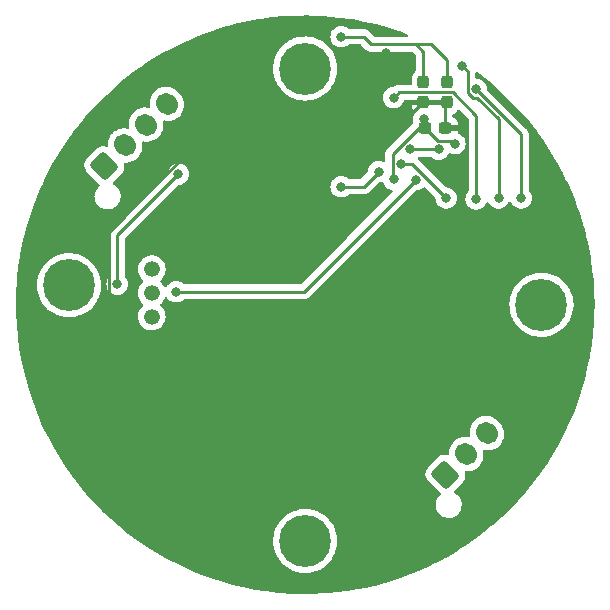
<source format=gbr>
%TF.GenerationSoftware,KiCad,Pcbnew,6.0.4-6f826c9f35~116~ubuntu20.04.1*%
%TF.CreationDate,2022-04-04T22:21:40-04:00*%
%TF.ProjectId,lab7,6c616237-2e6b-4696-9361-645f70636258,rev?*%
%TF.SameCoordinates,Original*%
%TF.FileFunction,Copper,L2,Bot*%
%TF.FilePolarity,Positive*%
%FSLAX46Y46*%
G04 Gerber Fmt 4.6, Leading zero omitted, Abs format (unit mm)*
G04 Created by KiCad (PCBNEW 6.0.4-6f826c9f35~116~ubuntu20.04.1) date 2022-04-04 22:21:40*
%MOMM*%
%LPD*%
G01*
G04 APERTURE LIST*
G04 Aperture macros list*
%AMRoundRect*
0 Rectangle with rounded corners*
0 $1 Rounding radius*
0 $2 $3 $4 $5 $6 $7 $8 $9 X,Y pos of 4 corners*
0 Add a 4 corners polygon primitive as box body*
4,1,4,$2,$3,$4,$5,$6,$7,$8,$9,$2,$3,0*
0 Add four circle primitives for the rounded corners*
1,1,$1+$1,$2,$3*
1,1,$1+$1,$4,$5*
1,1,$1+$1,$6,$7*
1,1,$1+$1,$8,$9*
0 Add four rect primitives between the rounded corners*
20,1,$1+$1,$2,$3,$4,$5,0*
20,1,$1+$1,$4,$5,$6,$7,0*
20,1,$1+$1,$6,$7,$8,$9,0*
20,1,$1+$1,$8,$9,$2,$3,0*%
%AMHorizOval*
0 Thick line with rounded ends*
0 $1 width*
0 $2 $3 position (X,Y) of the first rounded end (center of the circle)*
0 $4 $5 position (X,Y) of the second rounded end (center of the circle)*
0 Add line between two ends*
20,1,$1,$2,$3,$4,$5,0*
0 Add two circle primitives to create the rounded ends*
1,1,$1,$2,$3*
1,1,$1,$4,$5*%
G04 Aperture macros list end*
%TA.AperFunction,ComponentPad*%
%ADD10RoundRect,0.250000X0.088388X-0.936916X0.936916X-0.088388X-0.088388X0.936916X-0.936916X0.088388X0*%
%TD*%
%TA.AperFunction,ComponentPad*%
%ADD11HorizOval,1.700000X-0.088388X0.088388X0.088388X-0.088388X0*%
%TD*%
%TA.AperFunction,ComponentPad*%
%ADD12C,0.700000*%
%TD*%
%TA.AperFunction,ComponentPad*%
%ADD13C,4.400000*%
%TD*%
%TA.AperFunction,SMDPad,CuDef*%
%ADD14RoundRect,0.237500X0.237500X-0.300000X0.237500X0.300000X-0.237500X0.300000X-0.237500X-0.300000X0*%
%TD*%
%TA.AperFunction,ComponentPad*%
%ADD15C,1.330000*%
%TD*%
%TA.AperFunction,SMDPad,CuDef*%
%ADD16RoundRect,0.237500X0.300000X0.237500X-0.300000X0.237500X-0.300000X-0.237500X0.300000X-0.237500X0*%
%TD*%
%TA.AperFunction,ViaPad*%
%ADD17C,0.800000*%
%TD*%
%TA.AperFunction,Conductor*%
%ADD18C,0.250000*%
%TD*%
G04 APERTURE END LIST*
D10*
%TO.P,J2,1,Pin_1*%
%TO.N,unconnected-(J2-Pad1)*%
X132977119Y-78280420D03*
D11*
%TO.P,J2,2,Pin_2*%
%TO.N,Net-(J2-Pad2)*%
X134744886Y-76512653D03*
%TO.P,J2,3,Pin_3*%
%TO.N,unconnected-(J2-Pad3)*%
X136512653Y-74744886D03*
%TO.P,J2,4,Pin_4*%
%TO.N,GND*%
X138280420Y-72977119D03*
%TD*%
D12*
%TO.P,H4,1*%
%TO.N,N/C*%
X151650000Y-110000000D03*
X151166726Y-111166726D03*
X150000000Y-111650000D03*
X148350000Y-110000000D03*
X148833274Y-108833274D03*
X151166726Y-108833274D03*
X148833274Y-111166726D03*
X150000000Y-108350000D03*
D13*
X150000000Y-110000000D03*
%TD*%
D10*
%TO.P,J1,1,Pin_1*%
%TO.N,GND*%
X161861002Y-104396536D03*
D11*
%TO.P,J1,2,Pin_2*%
%TO.N,Net-(J1-Pad2)*%
X163628769Y-102628769D03*
%TO.P,J1,3,Pin_3*%
%TO.N,Net-(J1-Pad3)*%
X165396536Y-100861002D03*
%TD*%
D13*
%TO.P,H3,1*%
%TO.N,N/C*%
X130000000Y-88350000D03*
D12*
X130000000Y-90000000D03*
X130000000Y-86700000D03*
X131166726Y-87183274D03*
X128833274Y-89516726D03*
X128350000Y-88350000D03*
X128833274Y-87183274D03*
X131650000Y-88350000D03*
X131166726Y-89516726D03*
%TD*%
%TO.P,H1,1*%
%TO.N,N/C*%
X171166726Y-88833274D03*
X171650000Y-90000000D03*
X168350000Y-90000000D03*
D13*
X170000000Y-90000000D03*
D12*
X170000000Y-91650000D03*
X170000000Y-88350000D03*
X171166726Y-91166726D03*
X168833274Y-88833274D03*
X168833274Y-91166726D03*
%TD*%
D13*
%TO.P,H2,1*%
%TO.N,N/C*%
X150000000Y-70000000D03*
D12*
X150000000Y-71650000D03*
X148350000Y-70000000D03*
X148833274Y-71166726D03*
X151166726Y-71166726D03*
X150000000Y-68350000D03*
X148833274Y-68833274D03*
X151650000Y-70000000D03*
X151166726Y-68833274D03*
%TD*%
D14*
%TO.P,C3,1*%
%TO.N,VDD*%
X162000000Y-72862500D03*
%TO.P,C3,2*%
%TO.N,GND*%
X162000000Y-71137500D03*
%TD*%
D15*
%TO.P,IC1,1,GND*%
%TO.N,GND*%
X137000000Y-91000000D03*
%TO.P,IC1,2,VDD*%
%TO.N,/sensor_pwr*%
X137000000Y-89000000D03*
%TO.P,IC1,3,OUT*%
%TO.N,Net-(IC1-Pad3)*%
X137000000Y-87000000D03*
%TD*%
D16*
%TO.P,C4,1*%
%TO.N,VDD*%
X161862500Y-75000000D03*
%TO.P,C4,2*%
%TO.N,GND*%
X160137500Y-75000000D03*
%TD*%
D14*
%TO.P,C2,1*%
%TO.N,VDD*%
X160000000Y-72862500D03*
%TO.P,C2,2*%
%TO.N,GND*%
X160000000Y-71137500D03*
%TD*%
D17*
%TO.N,GND*%
X160020000Y-74295000D03*
X157480000Y-79375000D03*
X153035000Y-67310000D03*
X162668843Y-76370411D03*
%TO.N,VDD*%
X163469176Y-74978703D03*
%TO.N,/NRST*%
X164465000Y-81037498D03*
X157480000Y-72474500D03*
%TO.N,VDD*%
X156845000Y-68669500D03*
%TO.N,GND*%
X156210000Y-78740000D03*
X153035000Y-80010000D03*
X134074500Y-88265000D03*
X139259799Y-78934799D03*
%TO.N,VDD*%
X132715000Y-92075000D03*
X144145000Y-73025000D03*
%TO.N,/sensor_pwr*%
X139065000Y-88900000D03*
X159348950Y-79411050D03*
%TO.N,/RX*%
X158839500Y-76835000D03*
X161290000Y-76835000D03*
%TO.N,VDD*%
X156210000Y-73660000D03*
%TO.N,/TX*%
X158115000Y-78105000D03*
X161925000Y-80962502D03*
%TO.N,/SWO*%
X163308893Y-69749506D03*
X166370000Y-80962502D03*
%TO.N,/SWDIO*%
X164465000Y-71755000D03*
X168275000Y-80962502D03*
%TD*%
D18*
%TO.N,GND*%
X154940000Y-67310000D02*
X153035000Y-67310000D01*
X159385000Y-67945000D02*
X155575000Y-67945000D01*
X155575000Y-67945000D02*
X154940000Y-67310000D01*
%TO.N,/NRST*%
X157480000Y-72474500D02*
X157954980Y-71999520D01*
X157954980Y-71999520D02*
X162469336Y-71999520D01*
X162469336Y-71999520D02*
X164465000Y-73995184D01*
X164465000Y-73995184D02*
X164465000Y-81037498D01*
%TO.N,GND*%
X160020000Y-74882500D02*
X160137500Y-75000000D01*
X160020000Y-74295000D02*
X160020000Y-74882500D01*
X160000000Y-71137500D02*
X160000000Y-68560000D01*
X160000000Y-68560000D02*
X159385000Y-67945000D01*
X157390489Y-79285489D02*
X157480000Y-79375000D01*
X159649886Y-75000000D02*
X157390489Y-77259397D01*
X157390489Y-77259397D02*
X157390489Y-79285489D01*
X160137500Y-75000000D02*
X159649886Y-75000000D01*
X162668843Y-76370411D02*
X162408921Y-76110489D01*
X162408921Y-76110489D02*
X161247989Y-76110489D01*
%TO.N,VDD*%
X161862500Y-75000000D02*
X161862500Y-73000000D01*
X163469176Y-74978703D02*
X161883797Y-74978703D01*
X161883797Y-74978703D02*
X161862500Y-75000000D01*
%TO.N,GND*%
X161247989Y-76110489D02*
X160137500Y-75000000D01*
X162000000Y-71137500D02*
X162000000Y-69290000D01*
X162000000Y-69290000D02*
X160655000Y-67945000D01*
X160655000Y-67945000D02*
X159385000Y-67945000D01*
%TO.N,VDD*%
X154850500Y-68669500D02*
X154305000Y-69215000D01*
X156845000Y-68669500D02*
X154850500Y-68669500D01*
X154305000Y-69215000D02*
X154305000Y-71755000D01*
X154305000Y-71755000D02*
X156210000Y-73660000D01*
X144145000Y-73025000D02*
X155575000Y-73025000D01*
X155575000Y-73025000D02*
X156210000Y-73660000D01*
%TO.N,GND*%
X156210000Y-78740000D02*
X154940000Y-80010000D01*
X154940000Y-80010000D02*
X153035000Y-80010000D01*
X134074500Y-84120098D02*
X134074500Y-88265000D01*
X139259799Y-78934799D02*
X134074500Y-84120098D01*
%TO.N,VDD*%
X133350000Y-83820000D02*
X133350000Y-88900000D01*
X144145000Y-73025000D02*
X133350000Y-83820000D01*
X132715000Y-89535000D02*
X132715000Y-92075000D01*
X133350000Y-88900000D02*
X132715000Y-89535000D01*
%TO.N,/sensor_pwr*%
X149860000Y-88900000D02*
X139065000Y-88900000D01*
X159348950Y-79411050D02*
X149860000Y-88900000D01*
%TO.N,/RX*%
X161290000Y-76835000D02*
X158839500Y-76835000D01*
%TO.N,VDD*%
X161862500Y-73000000D02*
X162000000Y-72862500D01*
X156934511Y-74384511D02*
X156210000Y-73660000D01*
X158477989Y-74384511D02*
X156934511Y-74384511D01*
X160000000Y-72862500D02*
X158477989Y-74384511D01*
%TO.N,/TX*%
X161925000Y-80962502D02*
X159067498Y-78105000D01*
X159067498Y-78105000D02*
X158115000Y-78105000D01*
%TO.N,/SWO*%
X163740489Y-72055103D02*
X163740489Y-71755000D01*
X163740489Y-71755000D02*
X163740489Y-70181102D01*
X163740489Y-70181102D02*
X163308893Y-69749506D01*
X164164897Y-72479511D02*
X163740489Y-72055103D01*
X164465000Y-72479511D02*
X164164897Y-72479511D01*
X166370000Y-74295718D02*
X166369641Y-74295359D01*
X166369641Y-74295359D02*
X164553793Y-72479511D01*
X164553793Y-72479511D02*
X164465000Y-72479511D01*
X166370000Y-80962502D02*
X166370000Y-74295718D01*
%TO.N,/SWDIO*%
X168275000Y-75565000D02*
X164465000Y-71755000D01*
X168275000Y-80962502D02*
X168275000Y-75565000D01*
%TD*%
%TA.AperFunction,Conductor*%
%TO.N,VDD*%
G36*
X150130753Y-65508900D02*
G01*
X150600726Y-65520796D01*
X151108510Y-65533649D01*
X151113529Y-65533877D01*
X151550067Y-65562489D01*
X152089465Y-65597844D01*
X152094504Y-65598276D01*
X153067086Y-65701357D01*
X153072104Y-65701991D01*
X153600071Y-65779483D01*
X154039757Y-65844018D01*
X154044718Y-65844848D01*
X154407862Y-65913136D01*
X155005945Y-66025605D01*
X155010896Y-66026640D01*
X155964031Y-66245813D01*
X155968936Y-66247045D01*
X156912525Y-66504297D01*
X156917377Y-66505725D01*
X157849874Y-66800634D01*
X157854664Y-66802255D01*
X157996896Y-66853602D01*
X158528427Y-67045489D01*
X158587974Y-67066986D01*
X158645256Y-67108931D01*
X158670767Y-67175186D01*
X158656409Y-67244715D01*
X158606739Y-67295444D01*
X158545190Y-67311500D01*
X155889595Y-67311500D01*
X155821474Y-67291498D01*
X155800499Y-67274595D01*
X155634836Y-67108931D01*
X155443647Y-66917742D01*
X155436113Y-66909463D01*
X155432000Y-66902982D01*
X155382348Y-66856356D01*
X155379507Y-66853602D01*
X155359770Y-66833865D01*
X155356573Y-66831385D01*
X155347551Y-66823680D01*
X155323824Y-66801399D01*
X155315321Y-66793414D01*
X155308375Y-66789595D01*
X155308372Y-66789593D01*
X155297566Y-66783652D01*
X155281047Y-66772801D01*
X155275048Y-66768148D01*
X155265041Y-66760386D01*
X155257772Y-66757241D01*
X155257768Y-66757238D01*
X155224463Y-66742826D01*
X155213813Y-66737609D01*
X155175060Y-66716305D01*
X155155437Y-66711267D01*
X155136734Y-66704863D01*
X155125420Y-66699967D01*
X155125419Y-66699967D01*
X155118145Y-66696819D01*
X155110322Y-66695580D01*
X155110312Y-66695577D01*
X155074476Y-66689901D01*
X155062856Y-66687495D01*
X155027711Y-66678472D01*
X155027710Y-66678472D01*
X155020030Y-66676500D01*
X154999776Y-66676500D01*
X154980065Y-66674949D01*
X154967886Y-66673020D01*
X154960057Y-66671780D01*
X154952165Y-66672526D01*
X154916039Y-66675941D01*
X154904181Y-66676500D01*
X153743200Y-66676500D01*
X153675079Y-66656498D01*
X153655853Y-66640157D01*
X153655580Y-66640460D01*
X153650668Y-66636037D01*
X153646253Y-66631134D01*
X153491752Y-66518882D01*
X153485724Y-66516198D01*
X153485722Y-66516197D01*
X153323319Y-66443891D01*
X153323318Y-66443891D01*
X153317288Y-66441206D01*
X153223888Y-66421353D01*
X153136944Y-66402872D01*
X153136939Y-66402872D01*
X153130487Y-66401500D01*
X152939513Y-66401500D01*
X152933061Y-66402872D01*
X152933056Y-66402872D01*
X152846112Y-66421353D01*
X152752712Y-66441206D01*
X152746682Y-66443891D01*
X152746681Y-66443891D01*
X152584278Y-66516197D01*
X152584276Y-66516198D01*
X152578248Y-66518882D01*
X152423747Y-66631134D01*
X152419326Y-66636044D01*
X152419325Y-66636045D01*
X152310203Y-66757238D01*
X152295960Y-66773056D01*
X152200473Y-66938444D01*
X152141458Y-67120072D01*
X152121496Y-67310000D01*
X152122186Y-67316565D01*
X152138139Y-67468345D01*
X152141458Y-67499928D01*
X152200473Y-67681556D01*
X152295960Y-67846944D01*
X152300378Y-67851851D01*
X152300379Y-67851852D01*
X152410392Y-67974034D01*
X152423747Y-67988866D01*
X152578248Y-68101118D01*
X152584276Y-68103802D01*
X152584278Y-68103803D01*
X152644762Y-68130732D01*
X152752712Y-68178794D01*
X152846112Y-68198647D01*
X152933056Y-68217128D01*
X152933061Y-68217128D01*
X152939513Y-68218500D01*
X153130487Y-68218500D01*
X153136939Y-68217128D01*
X153136944Y-68217128D01*
X153223888Y-68198647D01*
X153317288Y-68178794D01*
X153425238Y-68130732D01*
X153485722Y-68103803D01*
X153485724Y-68103802D01*
X153491752Y-68101118D01*
X153646253Y-67988866D01*
X153650668Y-67983963D01*
X153655580Y-67979540D01*
X153656705Y-67980789D01*
X153710014Y-67947949D01*
X153743200Y-67943500D01*
X154625406Y-67943500D01*
X154693527Y-67963502D01*
X154714501Y-67980405D01*
X155071343Y-68337247D01*
X155078887Y-68345537D01*
X155083000Y-68352018D01*
X155088777Y-68357443D01*
X155132667Y-68398658D01*
X155135509Y-68401413D01*
X155155231Y-68421135D01*
X155158355Y-68423558D01*
X155158359Y-68423562D01*
X155158424Y-68423612D01*
X155167445Y-68431317D01*
X155199679Y-68461586D01*
X155206627Y-68465405D01*
X155206629Y-68465407D01*
X155217432Y-68471346D01*
X155233959Y-68482202D01*
X155243698Y-68489757D01*
X155243700Y-68489758D01*
X155249960Y-68494614D01*
X155290540Y-68512174D01*
X155301188Y-68517391D01*
X155339940Y-68538695D01*
X155347616Y-68540666D01*
X155347619Y-68540667D01*
X155359562Y-68543733D01*
X155378267Y-68550137D01*
X155396855Y-68558181D01*
X155404678Y-68559420D01*
X155404688Y-68559423D01*
X155440524Y-68565099D01*
X155452144Y-68567505D01*
X155487289Y-68576528D01*
X155494970Y-68578500D01*
X155515224Y-68578500D01*
X155534934Y-68580051D01*
X155554943Y-68583220D01*
X155562835Y-68582474D01*
X155598961Y-68579059D01*
X155610819Y-68578500D01*
X159070406Y-68578500D01*
X159138527Y-68598502D01*
X159159501Y-68615405D01*
X159329595Y-68785499D01*
X159363621Y-68847811D01*
X159366500Y-68874594D01*
X159366500Y-70135036D01*
X159346498Y-70203157D01*
X159306804Y-70242179D01*
X159295969Y-70248884D01*
X159290796Y-70254066D01*
X159178242Y-70366816D01*
X159178238Y-70366821D01*
X159173071Y-70371997D01*
X159169231Y-70378227D01*
X159169230Y-70378228D01*
X159107185Y-70478884D01*
X159081791Y-70520080D01*
X159027026Y-70685191D01*
X159026326Y-70692027D01*
X159026325Y-70692030D01*
X159023408Y-70720500D01*
X159016500Y-70787928D01*
X159016500Y-71240020D01*
X158996498Y-71308141D01*
X158942842Y-71354634D01*
X158890500Y-71366020D01*
X158033747Y-71366020D01*
X158022564Y-71365493D01*
X158015071Y-71363818D01*
X158007145Y-71364067D01*
X158007144Y-71364067D01*
X157946994Y-71365958D01*
X157943035Y-71366020D01*
X157915124Y-71366020D01*
X157911190Y-71366517D01*
X157911189Y-71366517D01*
X157911124Y-71366525D01*
X157899287Y-71367458D01*
X157867470Y-71368458D01*
X157863009Y-71368598D01*
X157855090Y-71368847D01*
X157837434Y-71373976D01*
X157835638Y-71374498D01*
X157816286Y-71378506D01*
X157809215Y-71379400D01*
X157796183Y-71381046D01*
X157788814Y-71383963D01*
X157788812Y-71383964D01*
X157755077Y-71397320D01*
X157743849Y-71401165D01*
X157701387Y-71413502D01*
X157694565Y-71417536D01*
X157694559Y-71417539D01*
X157683948Y-71423814D01*
X157666198Y-71432510D01*
X157654736Y-71437048D01*
X157654731Y-71437051D01*
X157647363Y-71439968D01*
X157640948Y-71444629D01*
X157611605Y-71465947D01*
X157601687Y-71472463D01*
X157582999Y-71483515D01*
X157563617Y-71494978D01*
X157549293Y-71509302D01*
X157534261Y-71522141D01*
X157517873Y-71534048D01*
X157517872Y-71534049D01*
X157517723Y-71533845D01*
X157458314Y-71563901D01*
X157435412Y-71566000D01*
X157384513Y-71566000D01*
X157378061Y-71567372D01*
X157378056Y-71567372D01*
X157291113Y-71585853D01*
X157197712Y-71605706D01*
X157191682Y-71608391D01*
X157191681Y-71608391D01*
X157029278Y-71680697D01*
X157029276Y-71680698D01*
X157023248Y-71683382D01*
X156868747Y-71795634D01*
X156864326Y-71800544D01*
X156864325Y-71800545D01*
X156834452Y-71833723D01*
X156740960Y-71937556D01*
X156737659Y-71943274D01*
X156667030Y-72065607D01*
X156645473Y-72102944D01*
X156586458Y-72284572D01*
X156585768Y-72291133D01*
X156585768Y-72291135D01*
X156571992Y-72422212D01*
X156566496Y-72474500D01*
X156567186Y-72481065D01*
X156584413Y-72644967D01*
X156586458Y-72664428D01*
X156645473Y-72846056D01*
X156740960Y-73011444D01*
X156745378Y-73016351D01*
X156745379Y-73016352D01*
X156845614Y-73127674D01*
X156868747Y-73153366D01*
X156944998Y-73208766D01*
X156992291Y-73243126D01*
X157023248Y-73265618D01*
X157029276Y-73268302D01*
X157029278Y-73268303D01*
X157191681Y-73340609D01*
X157197712Y-73343294D01*
X157291113Y-73363147D01*
X157378056Y-73381628D01*
X157378061Y-73381628D01*
X157384513Y-73383000D01*
X157575487Y-73383000D01*
X157581939Y-73381628D01*
X157581944Y-73381628D01*
X157668887Y-73363147D01*
X157762288Y-73343294D01*
X157768319Y-73340609D01*
X157930722Y-73268303D01*
X157930724Y-73268302D01*
X157936752Y-73265618D01*
X157967710Y-73243126D01*
X158015002Y-73208766D01*
X158091253Y-73153366D01*
X158114386Y-73127674D01*
X158214621Y-73016352D01*
X158214622Y-73016351D01*
X158219040Y-73011444D01*
X158314527Y-72846056D01*
X158355458Y-72720084D01*
X158395532Y-72661478D01*
X158460928Y-72633841D01*
X158475291Y-72633020D01*
X162128000Y-72633020D01*
X162196121Y-72653022D01*
X162242614Y-72706678D01*
X162254000Y-72759020D01*
X162254000Y-72990500D01*
X162233998Y-73058621D01*
X162180342Y-73105114D01*
X162128000Y-73116500D01*
X161017000Y-73116500D01*
X161017000Y-73116395D01*
X160975746Y-73117869D01*
X160969453Y-73116500D01*
X159035115Y-73116500D01*
X159019876Y-73120975D01*
X159018671Y-73122365D01*
X159017000Y-73130048D01*
X159017000Y-73208766D01*
X159017337Y-73215282D01*
X159027075Y-73309132D01*
X159029968Y-73322528D01*
X159080488Y-73473953D01*
X159086653Y-73487115D01*
X159170426Y-73622492D01*
X159179460Y-73633890D01*
X159220840Y-73675198D01*
X159254919Y-73737481D01*
X159249916Y-73808301D01*
X159240942Y-73827370D01*
X159185473Y-73923444D01*
X159126458Y-74105072D01*
X159125768Y-74111633D01*
X159125768Y-74111635D01*
X159114307Y-74220684D01*
X159106496Y-74295000D01*
X159126345Y-74483852D01*
X159126458Y-74484928D01*
X159126284Y-74484946D01*
X159122814Y-74547517D01*
X159102026Y-74610191D01*
X159101325Y-74617033D01*
X159099882Y-74623762D01*
X159097308Y-74623210D01*
X159074989Y-74677874D01*
X159065576Y-74688405D01*
X156998236Y-76755745D01*
X156989950Y-76763285D01*
X156983471Y-76767397D01*
X156978046Y-76773174D01*
X156936846Y-76817048D01*
X156934091Y-76819890D01*
X156914354Y-76839627D01*
X156911874Y-76842824D01*
X156904171Y-76851844D01*
X156873903Y-76884076D01*
X156870084Y-76891022D01*
X156870082Y-76891025D01*
X156864141Y-76901831D01*
X156853290Y-76918350D01*
X156840875Y-76934356D01*
X156837730Y-76941625D01*
X156837727Y-76941629D01*
X156823315Y-76974934D01*
X156818098Y-76985584D01*
X156796794Y-77024337D01*
X156794823Y-77032012D01*
X156794823Y-77032013D01*
X156791756Y-77043959D01*
X156785352Y-77062663D01*
X156777308Y-77081252D01*
X156776069Y-77089075D01*
X156776066Y-77089085D01*
X156770390Y-77124921D01*
X156767984Y-77136541D01*
X156756989Y-77179367D01*
X156756989Y-77199621D01*
X156755438Y-77219331D01*
X156752269Y-77239340D01*
X156753015Y-77247232D01*
X156756430Y-77283358D01*
X156756989Y-77295216D01*
X156756989Y-77795035D01*
X156736987Y-77863156D01*
X156683331Y-77909649D01*
X156613057Y-77919753D01*
X156579740Y-77910142D01*
X156498319Y-77873891D01*
X156498318Y-77873891D01*
X156492288Y-77871206D01*
X156398888Y-77851353D01*
X156311944Y-77832872D01*
X156311939Y-77832872D01*
X156305487Y-77831500D01*
X156114513Y-77831500D01*
X156108061Y-77832872D01*
X156108056Y-77832872D01*
X156021112Y-77851353D01*
X155927712Y-77871206D01*
X155921682Y-77873891D01*
X155921681Y-77873891D01*
X155759278Y-77946197D01*
X155759276Y-77946198D01*
X155753248Y-77948882D01*
X155747907Y-77952762D01*
X155747906Y-77952763D01*
X155703920Y-77984721D01*
X155598747Y-78061134D01*
X155594326Y-78066044D01*
X155594325Y-78066045D01*
X155591944Y-78068690D01*
X155470960Y-78203056D01*
X155375473Y-78368444D01*
X155316458Y-78550072D01*
X155315768Y-78556633D01*
X155315768Y-78556635D01*
X155299093Y-78715292D01*
X155272080Y-78780949D01*
X155262878Y-78791217D01*
X154714500Y-79339595D01*
X154652188Y-79373621D01*
X154625405Y-79376500D01*
X153743200Y-79376500D01*
X153675079Y-79356498D01*
X153655853Y-79340157D01*
X153655580Y-79340460D01*
X153650668Y-79336037D01*
X153646253Y-79331134D01*
X153491752Y-79218882D01*
X153485724Y-79216198D01*
X153485722Y-79216197D01*
X153323319Y-79143891D01*
X153323318Y-79143891D01*
X153317288Y-79141206D01*
X153208885Y-79118164D01*
X153136944Y-79102872D01*
X153136939Y-79102872D01*
X153130487Y-79101500D01*
X152939513Y-79101500D01*
X152933061Y-79102872D01*
X152933056Y-79102872D01*
X152861115Y-79118164D01*
X152752712Y-79141206D01*
X152746682Y-79143891D01*
X152746681Y-79143891D01*
X152584278Y-79216197D01*
X152584276Y-79216198D01*
X152578248Y-79218882D01*
X152423747Y-79331134D01*
X152419326Y-79336044D01*
X152419325Y-79336045D01*
X152337451Y-79426976D01*
X152295960Y-79473056D01*
X152256466Y-79541462D01*
X152217615Y-79608754D01*
X152200473Y-79638444D01*
X152141458Y-79820072D01*
X152140768Y-79826633D01*
X152140768Y-79826635D01*
X152139161Y-79841927D01*
X152121496Y-80010000D01*
X152122186Y-80016565D01*
X152138187Y-80168803D01*
X152141458Y-80199928D01*
X152200473Y-80381556D01*
X152203776Y-80387278D01*
X152203777Y-80387279D01*
X152222256Y-80419285D01*
X152295960Y-80546944D01*
X152300378Y-80551851D01*
X152300379Y-80551852D01*
X152415350Y-80679540D01*
X152423747Y-80688866D01*
X152578248Y-80801118D01*
X152584276Y-80803802D01*
X152584278Y-80803803D01*
X152746681Y-80876109D01*
X152752712Y-80878794D01*
X152846112Y-80898647D01*
X152933056Y-80917128D01*
X152933061Y-80917128D01*
X152939513Y-80918500D01*
X153130487Y-80918500D01*
X153136939Y-80917128D01*
X153136944Y-80917128D01*
X153223888Y-80898647D01*
X153317288Y-80878794D01*
X153323319Y-80876109D01*
X153485722Y-80803803D01*
X153485724Y-80803802D01*
X153491752Y-80801118D01*
X153646253Y-80688866D01*
X153650668Y-80683963D01*
X153655580Y-80679540D01*
X153656705Y-80680789D01*
X153710014Y-80647949D01*
X153743200Y-80643500D01*
X154861233Y-80643500D01*
X154872416Y-80644027D01*
X154879909Y-80645702D01*
X154887835Y-80645453D01*
X154887836Y-80645453D01*
X154947986Y-80643562D01*
X154951945Y-80643500D01*
X154979856Y-80643500D01*
X154983791Y-80643003D01*
X154983856Y-80642995D01*
X154995693Y-80642062D01*
X155027951Y-80641048D01*
X155031970Y-80640922D01*
X155039889Y-80640673D01*
X155059343Y-80635021D01*
X155078700Y-80631013D01*
X155090930Y-80629468D01*
X155090931Y-80629468D01*
X155098797Y-80628474D01*
X155106168Y-80625555D01*
X155106170Y-80625555D01*
X155139912Y-80612196D01*
X155151142Y-80608351D01*
X155185983Y-80598229D01*
X155185984Y-80598229D01*
X155193593Y-80596018D01*
X155200412Y-80591985D01*
X155200417Y-80591983D01*
X155211028Y-80585707D01*
X155228776Y-80577012D01*
X155247617Y-80569552D01*
X155283387Y-80543564D01*
X155293307Y-80537048D01*
X155324535Y-80518580D01*
X155324538Y-80518578D01*
X155331362Y-80514542D01*
X155345683Y-80500221D01*
X155360717Y-80487380D01*
X155377107Y-80475472D01*
X155405298Y-80441395D01*
X155413288Y-80432616D01*
X156160499Y-79685405D01*
X156222811Y-79651379D01*
X156249594Y-79648500D01*
X156305487Y-79648500D01*
X156311939Y-79647128D01*
X156311944Y-79647128D01*
X156482735Y-79610825D01*
X156553526Y-79616227D01*
X156610159Y-79659044D01*
X156628765Y-79695135D01*
X156645473Y-79746556D01*
X156740960Y-79911944D01*
X156745378Y-79916851D01*
X156745379Y-79916852D01*
X156863508Y-80048048D01*
X156868747Y-80053866D01*
X157023248Y-80166118D01*
X157029276Y-80168802D01*
X157029278Y-80168803D01*
X157191681Y-80241109D01*
X157197712Y-80243794D01*
X157302324Y-80266030D01*
X157319232Y-80269624D01*
X157381705Y-80303353D01*
X157416027Y-80365502D01*
X157411299Y-80436341D01*
X157382130Y-80481966D01*
X153497524Y-84366571D01*
X149634500Y-88229595D01*
X149572188Y-88263621D01*
X149545405Y-88266500D01*
X139773200Y-88266500D01*
X139705079Y-88246498D01*
X139685853Y-88230157D01*
X139685580Y-88230460D01*
X139680668Y-88226037D01*
X139676253Y-88221134D01*
X139521752Y-88108882D01*
X139515724Y-88106198D01*
X139515722Y-88106197D01*
X139353319Y-88033891D01*
X139353318Y-88033891D01*
X139347288Y-88031206D01*
X139253887Y-88011353D01*
X139166944Y-87992872D01*
X139166939Y-87992872D01*
X139160487Y-87991500D01*
X138969513Y-87991500D01*
X138963061Y-87992872D01*
X138963056Y-87992872D01*
X138876112Y-88011353D01*
X138782712Y-88031206D01*
X138776682Y-88033891D01*
X138776681Y-88033891D01*
X138614278Y-88106197D01*
X138614276Y-88106198D01*
X138608248Y-88108882D01*
X138453747Y-88221134D01*
X138449326Y-88226044D01*
X138449325Y-88226045D01*
X138337716Y-88350000D01*
X138325960Y-88363056D01*
X138322661Y-88368769D01*
X138322658Y-88368774D01*
X138265016Y-88468613D01*
X138213633Y-88517607D01*
X138143919Y-88531042D01*
X138078009Y-88504655D01*
X138042891Y-88461342D01*
X138007413Y-88389400D01*
X138004859Y-88384221D01*
X137875816Y-88211412D01*
X137745915Y-88091332D01*
X137709470Y-88030404D01*
X137711751Y-87959444D01*
X137750874Y-87901934D01*
X137828912Y-87837030D01*
X137833344Y-87833344D01*
X137971255Y-87667525D01*
X138076638Y-87479350D01*
X138104033Y-87398647D01*
X138144108Y-87280591D01*
X138144109Y-87280586D01*
X138145964Y-87275122D01*
X138146792Y-87269413D01*
X138146793Y-87269408D01*
X138165531Y-87140175D01*
X138176912Y-87061679D01*
X138178527Y-87000000D01*
X138158792Y-86785231D01*
X138100250Y-86577654D01*
X138004859Y-86384221D01*
X137875816Y-86211412D01*
X137717442Y-86065012D01*
X137712559Y-86061931D01*
X137712555Y-86061928D01*
X137539923Y-85953006D01*
X137535040Y-85949925D01*
X137334720Y-85870005D01*
X137329060Y-85868879D01*
X137329056Y-85868878D01*
X137128857Y-85829056D01*
X137128854Y-85829056D01*
X137123190Y-85827929D01*
X137117415Y-85827853D01*
X137117411Y-85827853D01*
X137009320Y-85826438D01*
X136907534Y-85825106D01*
X136901837Y-85826085D01*
X136901836Y-85826085D01*
X136700672Y-85860651D01*
X136694975Y-85861630D01*
X136492631Y-85936279D01*
X136487670Y-85939231D01*
X136487669Y-85939231D01*
X136312247Y-86043596D01*
X136312244Y-86043598D01*
X136307279Y-86046552D01*
X136302939Y-86050358D01*
X136302935Y-86050361D01*
X136149468Y-86184949D01*
X136145127Y-86188756D01*
X136011604Y-86358128D01*
X136008913Y-86363244D01*
X136008911Y-86363246D01*
X135997876Y-86384221D01*
X135911183Y-86548997D01*
X135847227Y-86754970D01*
X135821877Y-86969150D01*
X135835983Y-87184362D01*
X135889072Y-87393400D01*
X135979366Y-87589263D01*
X135982699Y-87593979D01*
X136097032Y-87755757D01*
X136103841Y-87765392D01*
X136254471Y-87912129D01*
X136289307Y-87973988D01*
X136285170Y-88044864D01*
X136249625Y-88097113D01*
X136149473Y-88184944D01*
X136149469Y-88184948D01*
X136145127Y-88188756D01*
X136011604Y-88358128D01*
X136008913Y-88363244D01*
X136008911Y-88363246D01*
X135913875Y-88543880D01*
X135911183Y-88548997D01*
X135909470Y-88554514D01*
X135859785Y-88714528D01*
X135847227Y-88754970D01*
X135821877Y-88969150D01*
X135835983Y-89184362D01*
X135889072Y-89393400D01*
X135979366Y-89589263D01*
X135982699Y-89593979D01*
X136088391Y-89743530D01*
X136103841Y-89765392D01*
X136254471Y-89912129D01*
X136289307Y-89973988D01*
X136285170Y-90044864D01*
X136249625Y-90097113D01*
X136149473Y-90184944D01*
X136149469Y-90184948D01*
X136145127Y-90188756D01*
X136011604Y-90358128D01*
X136008913Y-90363244D01*
X136008911Y-90363246D01*
X135930169Y-90512911D01*
X135911183Y-90548997D01*
X135847227Y-90754970D01*
X135821877Y-90969150D01*
X135835983Y-91184362D01*
X135889072Y-91393400D01*
X135979366Y-91589263D01*
X135982699Y-91593979D01*
X136061811Y-91705920D01*
X136103841Y-91765392D01*
X136107983Y-91769427D01*
X136169046Y-91828912D01*
X136258329Y-91915887D01*
X136437656Y-92035710D01*
X136442959Y-92037988D01*
X136442962Y-92037990D01*
X136532918Y-92076638D01*
X136635815Y-92120846D01*
X136697960Y-92134908D01*
X136840535Y-92167170D01*
X136840538Y-92167170D01*
X136846171Y-92168445D01*
X136851942Y-92168672D01*
X136851944Y-92168672D01*
X136918822Y-92171299D01*
X137061679Y-92176912D01*
X137168400Y-92161438D01*
X137269408Y-92146793D01*
X137269413Y-92146792D01*
X137275122Y-92145964D01*
X137280586Y-92144109D01*
X137280591Y-92144108D01*
X137473882Y-92078494D01*
X137479350Y-92076638D01*
X137667525Y-91971255D01*
X137833344Y-91833344D01*
X137971255Y-91667525D01*
X138076638Y-91479350D01*
X138107715Y-91387800D01*
X138144108Y-91280591D01*
X138144109Y-91280586D01*
X138145964Y-91275122D01*
X138146792Y-91269413D01*
X138146793Y-91269408D01*
X138176379Y-91065353D01*
X138176912Y-91061679D01*
X138178527Y-91000000D01*
X138158792Y-90785231D01*
X138156081Y-90775616D01*
X138111029Y-90615874D01*
X138100250Y-90577654D01*
X138004859Y-90384221D01*
X137875816Y-90211412D01*
X137780200Y-90123025D01*
X137745915Y-90091332D01*
X137709470Y-90030404D01*
X137711361Y-89971585D01*
X167286698Y-89971585D01*
X167286887Y-89975377D01*
X167297406Y-90186670D01*
X167302936Y-90297759D01*
X167303577Y-90301490D01*
X167303578Y-90301498D01*
X167356604Y-90610091D01*
X167358241Y-90619619D01*
X167359329Y-90623258D01*
X167359330Y-90623261D01*
X167443001Y-90903034D01*
X167451814Y-90932504D01*
X167453327Y-90935975D01*
X167453329Y-90935981D01*
X167502136Y-91047962D01*
X167582297Y-91231881D01*
X167584220Y-91235152D01*
X167584222Y-91235156D01*
X167626584Y-91307215D01*
X167747802Y-91513414D01*
X167750103Y-91516429D01*
X167943631Y-91770012D01*
X167943636Y-91770017D01*
X167945931Y-91773025D01*
X168007931Y-91836670D01*
X168141787Y-91974076D01*
X168173814Y-92006953D01*
X168304186Y-92111962D01*
X168425196Y-92209431D01*
X168425201Y-92209435D01*
X168428149Y-92211809D01*
X168705253Y-92384627D01*
X169001112Y-92522903D01*
X169311440Y-92624634D01*
X169631742Y-92688346D01*
X169635514Y-92688633D01*
X169635522Y-92688634D01*
X169953602Y-92712829D01*
X169953607Y-92712829D01*
X169957379Y-92713116D01*
X170283633Y-92698586D01*
X170289844Y-92697552D01*
X170602037Y-92645590D01*
X170602042Y-92645589D01*
X170605778Y-92644967D01*
X170919149Y-92553034D01*
X170922616Y-92551544D01*
X170922620Y-92551543D01*
X171215721Y-92425616D01*
X171215723Y-92425615D01*
X171219205Y-92424119D01*
X171501601Y-92260091D01*
X171762245Y-92063324D01*
X171997363Y-91836670D01*
X172135069Y-91667525D01*
X172201155Y-91586351D01*
X172201158Y-91586347D01*
X172203549Y-91583410D01*
X172320126Y-91398647D01*
X172375788Y-91310428D01*
X172375790Y-91310425D01*
X172377815Y-91307215D01*
X172517638Y-91012084D01*
X172521670Y-91000000D01*
X172619790Y-90705897D01*
X172619792Y-90705891D01*
X172620992Y-90702293D01*
X172686381Y-90382329D01*
X172687934Y-90363246D01*
X172712674Y-90059061D01*
X172712856Y-90056826D01*
X172713451Y-90000000D01*
X172711510Y-89967796D01*
X172694026Y-89677793D01*
X172694026Y-89677789D01*
X172693798Y-89674015D01*
X172688650Y-89645824D01*
X172635805Y-89356473D01*
X172635804Y-89356469D01*
X172635125Y-89352751D01*
X172627722Y-89328907D01*
X172539404Y-89044477D01*
X172538282Y-89040863D01*
X172404670Y-88742869D01*
X172236226Y-88463084D01*
X172233899Y-88460100D01*
X172233894Y-88460093D01*
X172037726Y-88208558D01*
X172037724Y-88208556D01*
X172035390Y-88205563D01*
X171805070Y-87974034D01*
X171548603Y-87771852D01*
X171269705Y-87601945D01*
X171266261Y-87600379D01*
X171266257Y-87600377D01*
X171155667Y-87550095D01*
X170972414Y-87466775D01*
X170661037Y-87368300D01*
X170443492Y-87327390D01*
X170343809Y-87308645D01*
X170343807Y-87308645D01*
X170340086Y-87307945D01*
X170014208Y-87286586D01*
X170010428Y-87286794D01*
X170010427Y-87286794D01*
X169912897Y-87292162D01*
X169688124Y-87304532D01*
X169684397Y-87305193D01*
X169684393Y-87305193D01*
X169527340Y-87333027D01*
X169366557Y-87361522D01*
X169362941Y-87362624D01*
X169362933Y-87362626D01*
X169057789Y-87455627D01*
X169054167Y-87456731D01*
X168755477Y-87588781D01*
X168730041Y-87603914D01*
X168478074Y-87753817D01*
X168478068Y-87753821D01*
X168474814Y-87755757D01*
X168471812Y-87758073D01*
X168267257Y-87915887D01*
X168216244Y-87955243D01*
X167983513Y-88184347D01*
X167981149Y-88187314D01*
X167981146Y-88187317D01*
X167845033Y-88358128D01*
X167779991Y-88439751D01*
X167608626Y-88717757D01*
X167471902Y-89014336D01*
X167470741Y-89017940D01*
X167470741Y-89017941D01*
X167462196Y-89044477D01*
X167371797Y-89325192D01*
X167371079Y-89328903D01*
X167371078Y-89328907D01*
X167310482Y-89642105D01*
X167310481Y-89642114D01*
X167309763Y-89645824D01*
X167309496Y-89649600D01*
X167309495Y-89649605D01*
X167286966Y-89967796D01*
X167286698Y-89971585D01*
X137711361Y-89971585D01*
X137711751Y-89959444D01*
X137750874Y-89901934D01*
X137828912Y-89837030D01*
X137833344Y-89833344D01*
X137971255Y-89667525D01*
X138076638Y-89479350D01*
X138088628Y-89444027D01*
X138129465Y-89385952D01*
X138195217Y-89359173D01*
X138265010Y-89372194D01*
X138317059Y-89421527D01*
X138325960Y-89436944D01*
X138330378Y-89441851D01*
X138330379Y-89441852D01*
X138412452Y-89533003D01*
X138453747Y-89578866D01*
X138540788Y-89642105D01*
X138581884Y-89671963D01*
X138608248Y-89691118D01*
X138614276Y-89693802D01*
X138614278Y-89693803D01*
X138775071Y-89765392D01*
X138782712Y-89768794D01*
X138876112Y-89788647D01*
X138963056Y-89807128D01*
X138963061Y-89807128D01*
X138969513Y-89808500D01*
X139160487Y-89808500D01*
X139166939Y-89807128D01*
X139166944Y-89807128D01*
X139253887Y-89788647D01*
X139347288Y-89768794D01*
X139354929Y-89765392D01*
X139515722Y-89693803D01*
X139515724Y-89693802D01*
X139521752Y-89691118D01*
X139548117Y-89671963D01*
X139669162Y-89584018D01*
X139676253Y-89578866D01*
X139680668Y-89573963D01*
X139685580Y-89569540D01*
X139686705Y-89570789D01*
X139740014Y-89537949D01*
X139773200Y-89533500D01*
X149781233Y-89533500D01*
X149792416Y-89534027D01*
X149799909Y-89535702D01*
X149807835Y-89535453D01*
X149807836Y-89535453D01*
X149867986Y-89533562D01*
X149871945Y-89533500D01*
X149899856Y-89533500D01*
X149903791Y-89533003D01*
X149903856Y-89532995D01*
X149915693Y-89532062D01*
X149947951Y-89531048D01*
X149951970Y-89530922D01*
X149959889Y-89530673D01*
X149979343Y-89525021D01*
X149998700Y-89521013D01*
X150010930Y-89519468D01*
X150010931Y-89519468D01*
X150018797Y-89518474D01*
X150026168Y-89515555D01*
X150026170Y-89515555D01*
X150059912Y-89502196D01*
X150071142Y-89498351D01*
X150105983Y-89488229D01*
X150105984Y-89488229D01*
X150113593Y-89486018D01*
X150120412Y-89481985D01*
X150120417Y-89481983D01*
X150131028Y-89475707D01*
X150148776Y-89467012D01*
X150167617Y-89459552D01*
X150203387Y-89433564D01*
X150213307Y-89427048D01*
X150244535Y-89408580D01*
X150244538Y-89408578D01*
X150251362Y-89404542D01*
X150265683Y-89390221D01*
X150280717Y-89377380D01*
X150290694Y-89370131D01*
X150297107Y-89365472D01*
X150325298Y-89331395D01*
X150333288Y-89322616D01*
X159299450Y-80356455D01*
X159361762Y-80322429D01*
X159388545Y-80319550D01*
X159444437Y-80319550D01*
X159450889Y-80318178D01*
X159450894Y-80318178D01*
X159537838Y-80299697D01*
X159631238Y-80279844D01*
X159637269Y-80277159D01*
X159799672Y-80204853D01*
X159799674Y-80204852D01*
X159805702Y-80202168D01*
X159812568Y-80197180D01*
X159954236Y-80094251D01*
X159960203Y-80089916D01*
X159964625Y-80085004D01*
X159969527Y-80080591D01*
X159970406Y-80081567D01*
X160024823Y-80048048D01*
X160095807Y-80049405D01*
X160147099Y-80080506D01*
X160977878Y-80911285D01*
X161011904Y-80973597D01*
X161014093Y-80987210D01*
X161026064Y-81101105D01*
X161031458Y-81152430D01*
X161090473Y-81334058D01*
X161093776Y-81339780D01*
X161093777Y-81339781D01*
X161114478Y-81375636D01*
X161185960Y-81499446D01*
X161190378Y-81504353D01*
X161190379Y-81504354D01*
X161257906Y-81579350D01*
X161313747Y-81641368D01*
X161468248Y-81753620D01*
X161474276Y-81756304D01*
X161474278Y-81756305D01*
X161636681Y-81828611D01*
X161642712Y-81831296D01*
X161736112Y-81851149D01*
X161823056Y-81869630D01*
X161823061Y-81869630D01*
X161829513Y-81871002D01*
X162020487Y-81871002D01*
X162026939Y-81869630D01*
X162026944Y-81869630D01*
X162113888Y-81851149D01*
X162207288Y-81831296D01*
X162213319Y-81828611D01*
X162375722Y-81756305D01*
X162375724Y-81756304D01*
X162381752Y-81753620D01*
X162536253Y-81641368D01*
X162592094Y-81579350D01*
X162659621Y-81504354D01*
X162659622Y-81504353D01*
X162664040Y-81499446D01*
X162735522Y-81375636D01*
X162756223Y-81339781D01*
X162756224Y-81339780D01*
X162759527Y-81334058D01*
X162818542Y-81152430D01*
X162823937Y-81101105D01*
X162837814Y-80969067D01*
X162838504Y-80962502D01*
X162826424Y-80847570D01*
X162819232Y-80779137D01*
X162819232Y-80779135D01*
X162818542Y-80772574D01*
X162759527Y-80590946D01*
X162746402Y-80568212D01*
X162715415Y-80514542D01*
X162664040Y-80425558D01*
X162629574Y-80387279D01*
X162540675Y-80288547D01*
X162540674Y-80288546D01*
X162536253Y-80283636D01*
X162381752Y-80171384D01*
X162375724Y-80168700D01*
X162375722Y-80168699D01*
X162213319Y-80096393D01*
X162213318Y-80096393D01*
X162207288Y-80093708D01*
X162113888Y-80073855D01*
X162026944Y-80055374D01*
X162026939Y-80055374D01*
X162020487Y-80054002D01*
X161964594Y-80054002D01*
X161896473Y-80034000D01*
X161875499Y-80017097D01*
X160732509Y-78874106D01*
X159571150Y-77712747D01*
X159563610Y-77704461D01*
X159559498Y-77697982D01*
X159547112Y-77686351D01*
X159511146Y-77625138D01*
X159513983Y-77554198D01*
X159554723Y-77496054D01*
X159620431Y-77469165D01*
X159633364Y-77468500D01*
X160581800Y-77468500D01*
X160649921Y-77488502D01*
X160669147Y-77504843D01*
X160669420Y-77504540D01*
X160674332Y-77508963D01*
X160678747Y-77513866D01*
X160700329Y-77529546D01*
X160814798Y-77612713D01*
X160833248Y-77626118D01*
X160839276Y-77628802D01*
X160839278Y-77628803D01*
X160968534Y-77686351D01*
X161007712Y-77703794D01*
X161101113Y-77723647D01*
X161188056Y-77742128D01*
X161188061Y-77742128D01*
X161194513Y-77743500D01*
X161385487Y-77743500D01*
X161391939Y-77742128D01*
X161391944Y-77742128D01*
X161478887Y-77723647D01*
X161572288Y-77703794D01*
X161611466Y-77686351D01*
X161740722Y-77628803D01*
X161740724Y-77628802D01*
X161746752Y-77626118D01*
X161765203Y-77612713D01*
X161802157Y-77585864D01*
X161901253Y-77513866D01*
X162029040Y-77371944D01*
X162101043Y-77247232D01*
X162106388Y-77237974D01*
X162157771Y-77188981D01*
X162227484Y-77175545D01*
X162266754Y-77185867D01*
X162386555Y-77239205D01*
X162479955Y-77259058D01*
X162566899Y-77277539D01*
X162566904Y-77277539D01*
X162573356Y-77278911D01*
X162764330Y-77278911D01*
X162770782Y-77277539D01*
X162770787Y-77277539D01*
X162857731Y-77259058D01*
X162951131Y-77239205D01*
X162995767Y-77219332D01*
X163119565Y-77164214D01*
X163119567Y-77164213D01*
X163125595Y-77161529D01*
X163280096Y-77049277D01*
X163308802Y-77017396D01*
X163403464Y-76912263D01*
X163403465Y-76912262D01*
X163407883Y-76907355D01*
X163466157Y-76806421D01*
X163500066Y-76747690D01*
X163500067Y-76747689D01*
X163503370Y-76741967D01*
X163562385Y-76560339D01*
X163580190Y-76390934D01*
X163586608Y-76375334D01*
X163584604Y-76372216D01*
X163580190Y-76349888D01*
X163563075Y-76187046D01*
X163563075Y-76187044D01*
X163562385Y-76180483D01*
X163503370Y-75998855D01*
X163495007Y-75984369D01*
X163411184Y-75839185D01*
X163407883Y-75833467D01*
X163369195Y-75790499D01*
X163284518Y-75696456D01*
X163284517Y-75696455D01*
X163280096Y-75691545D01*
X163125595Y-75579293D01*
X163119567Y-75576609D01*
X163119565Y-75576608D01*
X162972255Y-75511022D01*
X162918159Y-75465042D01*
X162897510Y-75397115D01*
X162898160Y-75383073D01*
X162907672Y-75290232D01*
X162908000Y-75283815D01*
X162908000Y-75272115D01*
X162903525Y-75256876D01*
X162902135Y-75255671D01*
X162894452Y-75254000D01*
X161734500Y-75254000D01*
X161666379Y-75233998D01*
X161619886Y-75180342D01*
X161608500Y-75128000D01*
X161608500Y-74872000D01*
X161628502Y-74803879D01*
X161682158Y-74757386D01*
X161734500Y-74746000D01*
X162889885Y-74746000D01*
X162905124Y-74741525D01*
X162906329Y-74740135D01*
X162908000Y-74732452D01*
X162908000Y-74716234D01*
X162907663Y-74709718D01*
X162897925Y-74615868D01*
X162895032Y-74602472D01*
X162844512Y-74451047D01*
X162838347Y-74437885D01*
X162754574Y-74302508D01*
X162745540Y-74291110D01*
X162632871Y-74178637D01*
X162621457Y-74169623D01*
X162483283Y-74084452D01*
X162435789Y-74031680D01*
X162424365Y-73961609D01*
X162452639Y-73896485D01*
X162509521Y-73857669D01*
X162548948Y-73844515D01*
X162562115Y-73838347D01*
X162697492Y-73754574D01*
X162708890Y-73745540D01*
X162821363Y-73632871D01*
X162830375Y-73621460D01*
X162885922Y-73531345D01*
X162938694Y-73483852D01*
X163008765Y-73472428D01*
X163073889Y-73500702D01*
X163082277Y-73508366D01*
X163794595Y-74220684D01*
X163828621Y-74282996D01*
X163831500Y-74309779D01*
X163831500Y-76336718D01*
X163822449Y-76367545D01*
X163829444Y-76381437D01*
X163831500Y-76404104D01*
X163831500Y-80334974D01*
X163811498Y-80403095D01*
X163799142Y-80419277D01*
X163725960Y-80500554D01*
X163690325Y-80562275D01*
X163637095Y-80654473D01*
X163630473Y-80665942D01*
X163571458Y-80847570D01*
X163551496Y-81037498D01*
X163552186Y-81044063D01*
X163564236Y-81158708D01*
X163571458Y-81227426D01*
X163630473Y-81409054D01*
X163725960Y-81574442D01*
X163730378Y-81579349D01*
X163730379Y-81579350D01*
X163835177Y-81695740D01*
X163853747Y-81716364D01*
X164008248Y-81828616D01*
X164014276Y-81831300D01*
X164014278Y-81831301D01*
X164149367Y-81891446D01*
X164182712Y-81906292D01*
X164276113Y-81926145D01*
X164363056Y-81944626D01*
X164363061Y-81944626D01*
X164369513Y-81945998D01*
X164560487Y-81945998D01*
X164566939Y-81944626D01*
X164566944Y-81944626D01*
X164653888Y-81926145D01*
X164747288Y-81906292D01*
X164780633Y-81891446D01*
X164915722Y-81831301D01*
X164915724Y-81831300D01*
X164921752Y-81828616D01*
X165076253Y-81716364D01*
X165094823Y-81695740D01*
X165199621Y-81579350D01*
X165199622Y-81579349D01*
X165204040Y-81574442D01*
X165299527Y-81409054D01*
X165312635Y-81368712D01*
X165352709Y-81310106D01*
X165418105Y-81282469D01*
X165488062Y-81294576D01*
X165541587Y-81344648D01*
X165559478Y-81375636D01*
X165630960Y-81499446D01*
X165635378Y-81504353D01*
X165635379Y-81504354D01*
X165702906Y-81579350D01*
X165758747Y-81641368D01*
X165913248Y-81753620D01*
X165919276Y-81756304D01*
X165919278Y-81756305D01*
X166081681Y-81828611D01*
X166087712Y-81831296D01*
X166181112Y-81851149D01*
X166268056Y-81869630D01*
X166268061Y-81869630D01*
X166274513Y-81871002D01*
X166465487Y-81871002D01*
X166471939Y-81869630D01*
X166471944Y-81869630D01*
X166558888Y-81851149D01*
X166652288Y-81831296D01*
X166658319Y-81828611D01*
X166820722Y-81756305D01*
X166820724Y-81756304D01*
X166826752Y-81753620D01*
X166981253Y-81641368D01*
X167037094Y-81579350D01*
X167104621Y-81504354D01*
X167104622Y-81504353D01*
X167109040Y-81499446D01*
X167174551Y-81385978D01*
X167201226Y-81339776D01*
X167201227Y-81339774D01*
X167204527Y-81334058D01*
X167206567Y-81327779D01*
X167207394Y-81325922D01*
X167253374Y-81271827D01*
X167321301Y-81251178D01*
X167389609Y-81270531D01*
X167437606Y-81325922D01*
X167438433Y-81327779D01*
X167440473Y-81334058D01*
X167443773Y-81339774D01*
X167443774Y-81339776D01*
X167470449Y-81385978D01*
X167535960Y-81499446D01*
X167540378Y-81504353D01*
X167540379Y-81504354D01*
X167607906Y-81579350D01*
X167663747Y-81641368D01*
X167818248Y-81753620D01*
X167824276Y-81756304D01*
X167824278Y-81756305D01*
X167986681Y-81828611D01*
X167992712Y-81831296D01*
X168086112Y-81851149D01*
X168173056Y-81869630D01*
X168173061Y-81869630D01*
X168179513Y-81871002D01*
X168370487Y-81871002D01*
X168376939Y-81869630D01*
X168376944Y-81869630D01*
X168463888Y-81851149D01*
X168557288Y-81831296D01*
X168563319Y-81828611D01*
X168725722Y-81756305D01*
X168725724Y-81756304D01*
X168731752Y-81753620D01*
X168886253Y-81641368D01*
X168942094Y-81579350D01*
X169009621Y-81504354D01*
X169009622Y-81504353D01*
X169014040Y-81499446D01*
X169085522Y-81375636D01*
X169106223Y-81339781D01*
X169106224Y-81339780D01*
X169109527Y-81334058D01*
X169168542Y-81152430D01*
X169173937Y-81101105D01*
X169187814Y-80969067D01*
X169188504Y-80962502D01*
X169176424Y-80847570D01*
X169169232Y-80779137D01*
X169169232Y-80779135D01*
X169168542Y-80772574D01*
X169109527Y-80590946D01*
X169096402Y-80568212D01*
X169065415Y-80514542D01*
X169014040Y-80425558D01*
X168940863Y-80344287D01*
X168910147Y-80280281D01*
X168908500Y-80259978D01*
X168908500Y-75643768D01*
X168909027Y-75632585D01*
X168910702Y-75625092D01*
X168908562Y-75557001D01*
X168908500Y-75553044D01*
X168908500Y-75525144D01*
X168907996Y-75521153D01*
X168907063Y-75509311D01*
X168906822Y-75501617D01*
X168905674Y-75465111D01*
X168900021Y-75445652D01*
X168896012Y-75426293D01*
X168895187Y-75419762D01*
X168893474Y-75406203D01*
X168890558Y-75398837D01*
X168890556Y-75398831D01*
X168877200Y-75365098D01*
X168873355Y-75353868D01*
X168863230Y-75319017D01*
X168863230Y-75319016D01*
X168861019Y-75311407D01*
X168850705Y-75293966D01*
X168842008Y-75276213D01*
X168837472Y-75264758D01*
X168834552Y-75257383D01*
X168808563Y-75221612D01*
X168802047Y-75211692D01*
X168783578Y-75180463D01*
X168779542Y-75173638D01*
X168765221Y-75159317D01*
X168752380Y-75144283D01*
X168745131Y-75134306D01*
X168740472Y-75127893D01*
X168706395Y-75099702D01*
X168697616Y-75091712D01*
X165412122Y-71806217D01*
X165378096Y-71743905D01*
X165375907Y-71730292D01*
X165359232Y-71571635D01*
X165359232Y-71571633D01*
X165358542Y-71565072D01*
X165299527Y-71383444D01*
X165291100Y-71368847D01*
X165216721Y-71240020D01*
X165204040Y-71218056D01*
X165076253Y-71076134D01*
X164921752Y-70963882D01*
X164915724Y-70961198D01*
X164915722Y-70961197D01*
X164753319Y-70888891D01*
X164753318Y-70888891D01*
X164747288Y-70886206D01*
X164653888Y-70866353D01*
X164566944Y-70847872D01*
X164566939Y-70847872D01*
X164560487Y-70846500D01*
X164499989Y-70846500D01*
X164431868Y-70826498D01*
X164385375Y-70772842D01*
X164373989Y-70720500D01*
X164373989Y-70423290D01*
X164393991Y-70355169D01*
X164447647Y-70308676D01*
X164517921Y-70298572D01*
X164573961Y-70321289D01*
X164771422Y-70464489D01*
X164775449Y-70467535D01*
X165543532Y-71073043D01*
X165547406Y-71076225D01*
X166164651Y-71604334D01*
X166290577Y-71712075D01*
X166294350Y-71715437D01*
X166829446Y-72211809D01*
X167011369Y-72380567D01*
X167014998Y-72384071D01*
X167287362Y-72657865D01*
X167704762Y-73077456D01*
X167708257Y-73081113D01*
X168080942Y-73487115D01*
X168310445Y-73737135D01*
X168369635Y-73801617D01*
X168372976Y-73805406D01*
X169003207Y-74549864D01*
X169004904Y-74551869D01*
X169008088Y-74555786D01*
X169583779Y-75293966D01*
X169609554Y-75327016D01*
X169612579Y-75331060D01*
X169680886Y-75426293D01*
X170182620Y-76125817D01*
X170185484Y-76129985D01*
X170723152Y-76946953D01*
X170725847Y-76951233D01*
X171230285Y-77789101D01*
X171232807Y-77793485D01*
X171408234Y-78113245D01*
X171651972Y-78557520D01*
X171703240Y-78650970D01*
X171705579Y-78655445D01*
X172116695Y-79481819D01*
X172141218Y-79531113D01*
X172143372Y-79535672D01*
X172295604Y-79875195D01*
X172543513Y-80428108D01*
X172545489Y-80432764D01*
X172909483Y-81340517D01*
X172911271Y-81345248D01*
X172958117Y-81477171D01*
X173114574Y-81917767D01*
X173238546Y-82266885D01*
X173240143Y-82271684D01*
X173530176Y-83205744D01*
X173531578Y-83210603D01*
X173642077Y-83624435D01*
X173769071Y-84100041D01*
X173783886Y-84155526D01*
X173785088Y-84160420D01*
X173846646Y-84434692D01*
X173999268Y-85114696D01*
X174000277Y-85119652D01*
X174175996Y-86081795D01*
X174176804Y-86086787D01*
X174313760Y-87055155D01*
X174314368Y-87060176D01*
X174354300Y-87456731D01*
X174412009Y-88029834D01*
X174412356Y-88033283D01*
X174412761Y-88038312D01*
X174469127Y-88973261D01*
X174471618Y-89014586D01*
X174471820Y-89019625D01*
X174490223Y-89936351D01*
X174491462Y-89998092D01*
X174491480Y-90001919D01*
X174489518Y-90189303D01*
X174486149Y-90510984D01*
X174486050Y-90514832D01*
X174445921Y-91492649D01*
X174445612Y-91497697D01*
X174366326Y-92472499D01*
X174365815Y-92477530D01*
X174247472Y-93448358D01*
X174246761Y-93453354D01*
X174212321Y-93664830D01*
X174089548Y-94418686D01*
X174088635Y-94423661D01*
X173892810Y-95381887D01*
X173891698Y-95386821D01*
X173657577Y-96336413D01*
X173656268Y-96341298D01*
X173384228Y-97280726D01*
X173382724Y-97285553D01*
X173314742Y-97489324D01*
X173073199Y-98213318D01*
X173071502Y-98218083D01*
X172724999Y-99132661D01*
X172723113Y-99137353D01*
X172340173Y-100037320D01*
X172338109Y-100041911D01*
X171985432Y-100786323D01*
X171919378Y-100925747D01*
X171917122Y-100930273D01*
X171463234Y-101796639D01*
X171460801Y-101801064D01*
X171133477Y-102369150D01*
X170972528Y-102648484D01*
X170969916Y-102652814D01*
X170518662Y-103368009D01*
X170448032Y-103479950D01*
X170445248Y-103484173D01*
X169890569Y-104289730D01*
X169887617Y-104293837D01*
X169301075Y-105076458D01*
X169297961Y-105080443D01*
X168680498Y-105838878D01*
X168677227Y-105842736D01*
X168480941Y-106064988D01*
X168110669Y-106484242D01*
X168029802Y-106575806D01*
X168026385Y-106579523D01*
X167823737Y-106791211D01*
X167350048Y-107286033D01*
X167346478Y-107289615D01*
X167174267Y-107455627D01*
X166655996Y-107955243D01*
X166642366Y-107968382D01*
X166638659Y-107971815D01*
X166086302Y-108463084D01*
X165907836Y-108621812D01*
X165903995Y-108625092D01*
X165760355Y-108742869D01*
X165147716Y-109245201D01*
X165143742Y-109248329D01*
X164376353Y-109827650D01*
X164363162Y-109837608D01*
X164359065Y-109840574D01*
X163555448Y-110398062D01*
X163551235Y-110400860D01*
X163213080Y-110615874D01*
X162725936Y-110925621D01*
X162721629Y-110928240D01*
X161875896Y-111419481D01*
X161871473Y-111421933D01*
X161560285Y-111586351D01*
X161081532Y-111839303D01*
X161006726Y-111878827D01*
X161002217Y-111881094D01*
X160186124Y-112271226D01*
X160119842Y-112302912D01*
X160115241Y-112305000D01*
X159222309Y-112688634D01*
X159216625Y-112691076D01*
X159211948Y-112692975D01*
X159159784Y-112712947D01*
X158298555Y-113042679D01*
X158293796Y-113044392D01*
X157367133Y-113357150D01*
X157362309Y-113358671D01*
X156423836Y-113633988D01*
X156418956Y-113635314D01*
X156203861Y-113689143D01*
X155470163Y-113872755D01*
X155465269Y-113873876D01*
X155033457Y-113963693D01*
X154507714Y-114073047D01*
X154502743Y-114073977D01*
X153537991Y-114234556D01*
X153532986Y-114235286D01*
X152562577Y-114357017D01*
X152557547Y-114357546D01*
X152073676Y-114398603D01*
X151583001Y-114440237D01*
X151577960Y-114440563D01*
X150600917Y-114484076D01*
X150595864Y-114484200D01*
X150281066Y-114485574D01*
X149617819Y-114488468D01*
X149612762Y-114488388D01*
X149495762Y-114484200D01*
X148635373Y-114453402D01*
X148630346Y-114453122D01*
X148210634Y-114421195D01*
X147655109Y-114378937D01*
X147650075Y-114378452D01*
X146678645Y-114265195D01*
X146673634Y-114264509D01*
X145707502Y-114112353D01*
X145702523Y-114111466D01*
X144743294Y-113920663D01*
X144738354Y-113919577D01*
X143787532Y-113690427D01*
X143782640Y-113689143D01*
X142841830Y-113422034D01*
X142836993Y-113420556D01*
X141907599Y-113115885D01*
X141902826Y-113114213D01*
X140986449Y-112772505D01*
X140981746Y-112770643D01*
X140400749Y-112527011D01*
X140079798Y-112392425D01*
X140075197Y-112390386D01*
X139189140Y-111976269D01*
X139184612Y-111974041D01*
X138315898Y-111524704D01*
X138311478Y-111522304D01*
X137461499Y-111038466D01*
X137457158Y-111035879D01*
X137419004Y-111012084D01*
X136627262Y-110518309D01*
X136623061Y-110515570D01*
X135824113Y-109971585D01*
X147286698Y-109971585D01*
X147302936Y-110297759D01*
X147303577Y-110301490D01*
X147303578Y-110301498D01*
X147340835Y-110518320D01*
X147358241Y-110619619D01*
X147359329Y-110623258D01*
X147359330Y-110623261D01*
X147450539Y-110928240D01*
X147451814Y-110932504D01*
X147453327Y-110935975D01*
X147453329Y-110935981D01*
X147542868Y-111141416D01*
X147582297Y-111231881D01*
X147584220Y-111235152D01*
X147584222Y-111235156D01*
X147626584Y-111307215D01*
X147747802Y-111513414D01*
X147750103Y-111516429D01*
X147943631Y-111770012D01*
X147943636Y-111770017D01*
X147945931Y-111773025D01*
X148173814Y-112006953D01*
X148246635Y-112065607D01*
X148425196Y-112209431D01*
X148425201Y-112209435D01*
X148428149Y-112211809D01*
X148705253Y-112384627D01*
X149001112Y-112522903D01*
X149311440Y-112624634D01*
X149631742Y-112688346D01*
X149635514Y-112688633D01*
X149635522Y-112688634D01*
X149953602Y-112712829D01*
X149953607Y-112712829D01*
X149957379Y-112713116D01*
X150283633Y-112698586D01*
X150317320Y-112692979D01*
X150602037Y-112645590D01*
X150602042Y-112645589D01*
X150605778Y-112644967D01*
X150919149Y-112553034D01*
X150922616Y-112551544D01*
X150922620Y-112551543D01*
X151215721Y-112425616D01*
X151215723Y-112425615D01*
X151219205Y-112424119D01*
X151501601Y-112260091D01*
X151762245Y-112063324D01*
X151997363Y-111836670D01*
X152203549Y-111583410D01*
X152240586Y-111524710D01*
X152375788Y-111310428D01*
X152375790Y-111310425D01*
X152377815Y-111307215D01*
X152517638Y-111012084D01*
X152544188Y-110932504D01*
X152619790Y-110705897D01*
X152619792Y-110705891D01*
X152620992Y-110702293D01*
X152686381Y-110382329D01*
X152692956Y-110301498D01*
X152712674Y-110059061D01*
X152712856Y-110056826D01*
X152713451Y-110000000D01*
X152711510Y-109967796D01*
X152694026Y-109677793D01*
X152694026Y-109677789D01*
X152693798Y-109674015D01*
X152688650Y-109645824D01*
X152635805Y-109356473D01*
X152635804Y-109356469D01*
X152635125Y-109352751D01*
X152627722Y-109328907D01*
X152539404Y-109044477D01*
X152538282Y-109040863D01*
X152404670Y-108742869D01*
X152236226Y-108463084D01*
X152233899Y-108460100D01*
X152233894Y-108460093D01*
X152037726Y-108208558D01*
X152037724Y-108208556D01*
X152035390Y-108205563D01*
X151805070Y-107974034D01*
X151548603Y-107771852D01*
X151269705Y-107601945D01*
X151266261Y-107600379D01*
X151266257Y-107600377D01*
X151050094Y-107502094D01*
X150972414Y-107466775D01*
X150661037Y-107368300D01*
X150351631Y-107310116D01*
X150343809Y-107308645D01*
X150343807Y-107308645D01*
X150340086Y-107307945D01*
X150014208Y-107286586D01*
X150010428Y-107286794D01*
X150010427Y-107286794D01*
X149912897Y-107292162D01*
X149688124Y-107304532D01*
X149684397Y-107305193D01*
X149684393Y-107305193D01*
X149527341Y-107333027D01*
X149366557Y-107361522D01*
X149362941Y-107362624D01*
X149362933Y-107362626D01*
X149107993Y-107440326D01*
X149054167Y-107456731D01*
X148755477Y-107588781D01*
X148730041Y-107603914D01*
X148478074Y-107753817D01*
X148478068Y-107753821D01*
X148474814Y-107755757D01*
X148471812Y-107758073D01*
X148252221Y-107927487D01*
X148216244Y-107955243D01*
X148197156Y-107974034D01*
X148056055Y-108112936D01*
X147983513Y-108184347D01*
X147981149Y-108187314D01*
X147981146Y-108187317D01*
X147964220Y-108208558D01*
X147779991Y-108439751D01*
X147608626Y-108717757D01*
X147471902Y-109014336D01*
X147470741Y-109017940D01*
X147470741Y-109017941D01*
X147462196Y-109044477D01*
X147371797Y-109325192D01*
X147371079Y-109328903D01*
X147371078Y-109328907D01*
X147310482Y-109642105D01*
X147310481Y-109642114D01*
X147309763Y-109645824D01*
X147286698Y-109971585D01*
X135824113Y-109971585D01*
X135814619Y-109965121D01*
X135810544Y-109962226D01*
X135024814Y-109379755D01*
X135020817Y-109376666D01*
X134859602Y-109246814D01*
X134259124Y-108763153D01*
X134255258Y-108759909D01*
X134207024Y-108717757D01*
X133518813Y-108116334D01*
X133515078Y-108112936D01*
X133448090Y-108049477D01*
X132977743Y-107603914D01*
X132805056Y-107440326D01*
X132801455Y-107436775D01*
X132118998Y-106736214D01*
X132115542Y-106732521D01*
X131461746Y-106005131D01*
X131458441Y-106001302D01*
X130834362Y-105248259D01*
X130831214Y-105244301D01*
X130321089Y-104575877D01*
X130237862Y-104466823D01*
X130234881Y-104462751D01*
X130064851Y-104220374D01*
X160165483Y-104220374D01*
X160165489Y-104227690D01*
X160165489Y-104227693D01*
X160165543Y-104289730D01*
X160165637Y-104397245D01*
X160206476Y-104569337D01*
X160285810Y-104727417D01*
X160290152Y-104732750D01*
X160290153Y-104732752D01*
X160350076Y-104806356D01*
X160350082Y-104806362D01*
X160352107Y-104808850D01*
X161445217Y-105901960D01*
X161479243Y-105964272D01*
X161474178Y-106035087D01*
X161433955Y-106090140D01*
X161375925Y-106135724D01*
X161371993Y-106140255D01*
X161371990Y-106140258D01*
X161303319Y-106219395D01*
X161237293Y-106295483D01*
X161234293Y-106300669D01*
X161234290Y-106300673D01*
X161140506Y-106462785D01*
X161131372Y-106478574D01*
X161061984Y-106678391D01*
X161031632Y-106887724D01*
X161041412Y-107099019D01*
X161042816Y-107104844D01*
X161042816Y-107104845D01*
X161087346Y-107289615D01*
X161090970Y-107304654D01*
X161093452Y-107310112D01*
X161093453Y-107310116D01*
X161136898Y-107405666D01*
X161178519Y-107497207D01*
X161300899Y-107669731D01*
X161453695Y-107816001D01*
X161631393Y-107930740D01*
X161636959Y-107932983D01*
X161822013Y-108007562D01*
X161822016Y-108007563D01*
X161827582Y-108009806D01*
X162035182Y-108050348D01*
X162040744Y-108050620D01*
X162196691Y-108050620D01*
X162354411Y-108035572D01*
X162557379Y-107976028D01*
X162572225Y-107968382D01*
X162740094Y-107881924D01*
X162740097Y-107881922D01*
X162745425Y-107879178D01*
X162911765Y-107748516D01*
X162915697Y-107743985D01*
X162915700Y-107743982D01*
X163046466Y-107593287D01*
X163050397Y-107588757D01*
X163053397Y-107583571D01*
X163053400Y-107583567D01*
X163153312Y-107410862D01*
X163156318Y-107405666D01*
X163225706Y-107205849D01*
X163256058Y-106996516D01*
X163246278Y-106785221D01*
X163196720Y-106579586D01*
X163153370Y-106484242D01*
X163111651Y-106392488D01*
X163109171Y-106387033D01*
X162986791Y-106214509D01*
X162833995Y-106068239D01*
X162656297Y-105953500D01*
X162650729Y-105951256D01*
X162645414Y-105948501D01*
X162646097Y-105947184D01*
X162596089Y-105907670D01*
X162573023Y-105840525D01*
X162589921Y-105771568D01*
X162609799Y-105745725D01*
X163369897Y-104985627D01*
X163389574Y-104961394D01*
X163432583Y-104908427D01*
X163432585Y-104908424D01*
X163436925Y-104903079D01*
X163515983Y-104744860D01*
X163518834Y-104732752D01*
X163554844Y-104579822D01*
X163554844Y-104579818D01*
X163556521Y-104572698D01*
X163556367Y-104395827D01*
X163516863Y-104229361D01*
X163520595Y-104158463D01*
X163562066Y-104100837D01*
X163628108Y-104074780D01*
X163642425Y-104074303D01*
X163800391Y-104078026D01*
X163962651Y-104054210D01*
X164023214Y-104045321D01*
X164023216Y-104045321D01*
X164028493Y-104044546D01*
X164247693Y-103973112D01*
X164451724Y-103865767D01*
X164634750Y-103725579D01*
X164638382Y-103721664D01*
X164638386Y-103721660D01*
X164787912Y-103560468D01*
X164791540Y-103556557D01*
X164917611Y-103363535D01*
X165009356Y-103152030D01*
X165012151Y-103140606D01*
X165062885Y-102933275D01*
X165062886Y-102933269D01*
X165064153Y-102928091D01*
X165070450Y-102839162D01*
X165080059Y-102703448D01*
X165080059Y-102703445D01*
X165080436Y-102698120D01*
X165057739Y-102468695D01*
X165056327Y-102463550D01*
X165056325Y-102463541D01*
X165048146Y-102433747D01*
X165049402Y-102362762D01*
X165088837Y-102303724D01*
X165153929Y-102275379D01*
X165193797Y-102276730D01*
X165337676Y-102304827D01*
X165343009Y-102304953D01*
X165343012Y-102304953D01*
X165458563Y-102307676D01*
X165568158Y-102310259D01*
X165730418Y-102286443D01*
X165790981Y-102277554D01*
X165790983Y-102277554D01*
X165796260Y-102276779D01*
X166015460Y-102205345D01*
X166205221Y-102105508D01*
X166214768Y-102100485D01*
X166214769Y-102100484D01*
X166219491Y-102098000D01*
X166402517Y-101957812D01*
X166406149Y-101953897D01*
X166406153Y-101953893D01*
X166555679Y-101792701D01*
X166559307Y-101788790D01*
X166685378Y-101595768D01*
X166777123Y-101384263D01*
X166811592Y-101243398D01*
X166830652Y-101165508D01*
X166830653Y-101165502D01*
X166831920Y-101160324D01*
X166834694Y-101121140D01*
X166847826Y-100935681D01*
X166847826Y-100935678D01*
X166848203Y-100930353D01*
X166825506Y-100700928D01*
X166764477Y-100478606D01*
X166666861Y-100269746D01*
X166535451Y-100080318D01*
X166519178Y-100062435D01*
X166227818Y-99771075D01*
X166096006Y-99659882D01*
X165897259Y-99543045D01*
X165681668Y-99461364D01*
X165455396Y-99417177D01*
X165450063Y-99417051D01*
X165450060Y-99417051D01*
X165334509Y-99414328D01*
X165224914Y-99411745D01*
X165062654Y-99435561D01*
X165002091Y-99444450D01*
X165002089Y-99444450D01*
X164996812Y-99445225D01*
X164777612Y-99516659D01*
X164573581Y-99624004D01*
X164569344Y-99627250D01*
X164569343Y-99627250D01*
X164526740Y-99659882D01*
X164390555Y-99764192D01*
X164386923Y-99768107D01*
X164386919Y-99768111D01*
X164385768Y-99769352D01*
X164233765Y-99933214D01*
X164230848Y-99937680D01*
X164135457Y-100083730D01*
X164107694Y-100126236D01*
X164015949Y-100337741D01*
X164014681Y-100342923D01*
X163962420Y-100556496D01*
X163962419Y-100556502D01*
X163961152Y-100561680D01*
X163960775Y-100567004D01*
X163951293Y-100700928D01*
X163944869Y-100791651D01*
X163967566Y-101021076D01*
X163968978Y-101026221D01*
X163968980Y-101026230D01*
X163977159Y-101056024D01*
X163975903Y-101127009D01*
X163936468Y-101186047D01*
X163871376Y-101214392D01*
X163831508Y-101213041D01*
X163687629Y-101184944D01*
X163682296Y-101184818D01*
X163682293Y-101184818D01*
X163566742Y-101182095D01*
X163457147Y-101179512D01*
X163294887Y-101203328D01*
X163234324Y-101212217D01*
X163234322Y-101212217D01*
X163229045Y-101212992D01*
X163009845Y-101284426D01*
X163005126Y-101286909D01*
X162810779Y-101389159D01*
X162805814Y-101391771D01*
X162622788Y-101531959D01*
X162619156Y-101535874D01*
X162619152Y-101535878D01*
X162477945Y-101688102D01*
X162465998Y-101700981D01*
X162339927Y-101894003D01*
X162337801Y-101898904D01*
X162337800Y-101898906D01*
X162313948Y-101953893D01*
X162248182Y-102105508D01*
X162246914Y-102110690D01*
X162194653Y-102324263D01*
X162194652Y-102324269D01*
X162193385Y-102329447D01*
X162193008Y-102334771D01*
X162183526Y-102468695D01*
X162177102Y-102559418D01*
X162181640Y-102605284D01*
X162168442Y-102675043D01*
X162119625Y-102726593D01*
X162050687Y-102743567D01*
X162027373Y-102740336D01*
X161867511Y-102702694D01*
X161867507Y-102702694D01*
X161860387Y-102701017D01*
X161853071Y-102701023D01*
X161853068Y-102701023D01*
X161771761Y-102701094D01*
X161683517Y-102701171D01*
X161673922Y-102703448D01*
X161518546Y-102740320D01*
X161518545Y-102740320D01*
X161511425Y-102742010D01*
X161504886Y-102745292D01*
X161504885Y-102745292D01*
X161359495Y-102818257D01*
X161359491Y-102818260D01*
X161353345Y-102821344D01*
X161271911Y-102887641D01*
X160352107Y-103807445D01*
X160350061Y-103809965D01*
X160289421Y-103884645D01*
X160289419Y-103884648D01*
X160285079Y-103889993D01*
X160206021Y-104048212D01*
X160204343Y-104055338D01*
X160204342Y-104055341D01*
X160180061Y-104158463D01*
X160165483Y-104220374D01*
X130064851Y-104220374D01*
X129673195Y-103662068D01*
X129670398Y-103657906D01*
X129141295Y-102835323D01*
X129138645Y-102831015D01*
X128712141Y-102105508D01*
X128642992Y-101987883D01*
X128640518Y-101983473D01*
X128624691Y-101953893D01*
X128179102Y-101121129D01*
X128176812Y-101116634D01*
X128131924Y-101023984D01*
X127750379Y-100236476D01*
X127748266Y-100231883D01*
X127357489Y-99335297D01*
X127355562Y-99330621D01*
X127001091Y-98419101D01*
X126999353Y-98414352D01*
X126681743Y-97489324D01*
X126680197Y-97484508D01*
X126399972Y-96547500D01*
X126398620Y-96542626D01*
X126156219Y-95595107D01*
X126155064Y-95590183D01*
X125950880Y-94633677D01*
X125949928Y-94628731D01*
X125930908Y-94518037D01*
X125784300Y-93664830D01*
X125783544Y-93659829D01*
X125656733Y-92690066D01*
X125656178Y-92685039D01*
X125568388Y-91710965D01*
X125568035Y-91705920D01*
X125519406Y-90729096D01*
X125519256Y-90724041D01*
X125512872Y-90059061D01*
X125509867Y-89746045D01*
X125509920Y-89741001D01*
X125512030Y-89671963D01*
X125533488Y-88969619D01*
X125539788Y-88763428D01*
X125540044Y-88758377D01*
X125570970Y-88321585D01*
X127286698Y-88321585D01*
X127293010Y-88448365D01*
X127297765Y-88543880D01*
X127302936Y-88647759D01*
X127303577Y-88651490D01*
X127303578Y-88651498D01*
X127357175Y-88963415D01*
X127358241Y-88969619D01*
X127359329Y-88973258D01*
X127359330Y-88973261D01*
X127424139Y-89189964D01*
X127451814Y-89282504D01*
X127453327Y-89285975D01*
X127453329Y-89285981D01*
X127522214Y-89444028D01*
X127582297Y-89581881D01*
X127584220Y-89585152D01*
X127584222Y-89585156D01*
X127636460Y-89674015D01*
X127747802Y-89863414D01*
X127750103Y-89866429D01*
X127943631Y-90120012D01*
X127943636Y-90120017D01*
X127945931Y-90123025D01*
X128006250Y-90184944D01*
X128116150Y-90297759D01*
X128173814Y-90356953D01*
X128246635Y-90415607D01*
X128425196Y-90559431D01*
X128425201Y-90559435D01*
X128428149Y-90561809D01*
X128705253Y-90734627D01*
X129001112Y-90872903D01*
X129004721Y-90874086D01*
X129277217Y-90963415D01*
X129311440Y-90974634D01*
X129631742Y-91038346D01*
X129635514Y-91038633D01*
X129635522Y-91038634D01*
X129953602Y-91062829D01*
X129953607Y-91062829D01*
X129957379Y-91063116D01*
X130283633Y-91048586D01*
X130343425Y-91038634D01*
X130602037Y-90995590D01*
X130602042Y-90995589D01*
X130605778Y-90994967D01*
X130919149Y-90903034D01*
X130922616Y-90901544D01*
X130922620Y-90901543D01*
X131215721Y-90775616D01*
X131215723Y-90775615D01*
X131219205Y-90774119D01*
X131501601Y-90610091D01*
X131762245Y-90413324D01*
X131997363Y-90186670D01*
X132112811Y-90044864D01*
X132201155Y-89936351D01*
X132201158Y-89936347D01*
X132203549Y-89933410D01*
X132309108Y-89766109D01*
X132375788Y-89660428D01*
X132375790Y-89660425D01*
X132377815Y-89657215D01*
X132381421Y-89649605D01*
X132466199Y-89470659D01*
X132517638Y-89362084D01*
X132520752Y-89352751D01*
X132619790Y-89055897D01*
X132619792Y-89055891D01*
X132620992Y-89052293D01*
X132686381Y-88732329D01*
X132687567Y-88717757D01*
X132704899Y-88504655D01*
X132712856Y-88406826D01*
X132713366Y-88358128D01*
X132713428Y-88352221D01*
X132713428Y-88352214D01*
X132713451Y-88350000D01*
X132711738Y-88321585D01*
X132708327Y-88265000D01*
X133160996Y-88265000D01*
X133180958Y-88454928D01*
X133239973Y-88636556D01*
X133335460Y-88801944D01*
X133339878Y-88806851D01*
X133339879Y-88806852D01*
X133458825Y-88938955D01*
X133463247Y-88943866D01*
X133555499Y-89010891D01*
X133601726Y-89044477D01*
X133617748Y-89056118D01*
X133623776Y-89058802D01*
X133623778Y-89058803D01*
X133786181Y-89131109D01*
X133792212Y-89133794D01*
X133885613Y-89153647D01*
X133972556Y-89172128D01*
X133972561Y-89172128D01*
X133979013Y-89173500D01*
X134169987Y-89173500D01*
X134176439Y-89172128D01*
X134176444Y-89172128D01*
X134263387Y-89153647D01*
X134356788Y-89133794D01*
X134362819Y-89131109D01*
X134525222Y-89058803D01*
X134525224Y-89058802D01*
X134531252Y-89056118D01*
X134547275Y-89044477D01*
X134593501Y-89010891D01*
X134685753Y-88943866D01*
X134690175Y-88938955D01*
X134809121Y-88806852D01*
X134809122Y-88806851D01*
X134813540Y-88801944D01*
X134909027Y-88636556D01*
X134968042Y-88454928D01*
X134988004Y-88265000D01*
X134979247Y-88181681D01*
X134968732Y-88081635D01*
X134968732Y-88081633D01*
X134968042Y-88075072D01*
X134909027Y-87893444D01*
X134813540Y-87728056D01*
X134740363Y-87646785D01*
X134709647Y-87582779D01*
X134708000Y-87562476D01*
X134708000Y-84434692D01*
X134728002Y-84366571D01*
X134744905Y-84345597D01*
X139210298Y-79880204D01*
X139272610Y-79846178D01*
X139299393Y-79843299D01*
X139355286Y-79843299D01*
X139361738Y-79841927D01*
X139361743Y-79841927D01*
X139448687Y-79823446D01*
X139542087Y-79803593D01*
X139548118Y-79800908D01*
X139710521Y-79728602D01*
X139710523Y-79728601D01*
X139716551Y-79725917D01*
X139871052Y-79613665D01*
X139941265Y-79535686D01*
X139994420Y-79476651D01*
X139994421Y-79476650D01*
X139998839Y-79471743D01*
X140065376Y-79356498D01*
X140091022Y-79312078D01*
X140091023Y-79312077D01*
X140094326Y-79306355D01*
X140153341Y-79124727D01*
X140173303Y-78934799D01*
X140153341Y-78744871D01*
X140094326Y-78563243D01*
X139998839Y-78397855D01*
X139871052Y-78255933D01*
X139716551Y-78143681D01*
X139710523Y-78140997D01*
X139710521Y-78140996D01*
X139548118Y-78068690D01*
X139548117Y-78068690D01*
X139542087Y-78066005D01*
X139448686Y-78046152D01*
X139361743Y-78027671D01*
X139361738Y-78027671D01*
X139355286Y-78026299D01*
X139164312Y-78026299D01*
X139157860Y-78027671D01*
X139157855Y-78027671D01*
X139070912Y-78046152D01*
X138977511Y-78066005D01*
X138971481Y-78068690D01*
X138971480Y-78068690D01*
X138809077Y-78140996D01*
X138809075Y-78140997D01*
X138803047Y-78143681D01*
X138648546Y-78255933D01*
X138520759Y-78397855D01*
X138425272Y-78563243D01*
X138366257Y-78744871D01*
X138350361Y-78896118D01*
X138348892Y-78910091D01*
X138321879Y-78975748D01*
X138312677Y-78986016D01*
X133682247Y-83616446D01*
X133673961Y-83623986D01*
X133667482Y-83628098D01*
X133662057Y-83633875D01*
X133620857Y-83677749D01*
X133618102Y-83680591D01*
X133598365Y-83700328D01*
X133595885Y-83703525D01*
X133588182Y-83712545D01*
X133557914Y-83744777D01*
X133554095Y-83751723D01*
X133554093Y-83751726D01*
X133548152Y-83762532D01*
X133537301Y-83779051D01*
X133524886Y-83795057D01*
X133521741Y-83802326D01*
X133521738Y-83802330D01*
X133507326Y-83835635D01*
X133502109Y-83846285D01*
X133480805Y-83885038D01*
X133478834Y-83892713D01*
X133478834Y-83892714D01*
X133475767Y-83904660D01*
X133469363Y-83923364D01*
X133461319Y-83941953D01*
X133460080Y-83949776D01*
X133460077Y-83949786D01*
X133454401Y-83985622D01*
X133451995Y-83997242D01*
X133441000Y-84040068D01*
X133441000Y-84060322D01*
X133439449Y-84080032D01*
X133436280Y-84100041D01*
X133437026Y-84107933D01*
X133440441Y-84144059D01*
X133441000Y-84155917D01*
X133441000Y-87562476D01*
X133420998Y-87630597D01*
X133408642Y-87646779D01*
X133335460Y-87728056D01*
X133239973Y-87893444D01*
X133180958Y-88075072D01*
X133180268Y-88081633D01*
X133180268Y-88081635D01*
X133169753Y-88181681D01*
X133160996Y-88265000D01*
X132708327Y-88265000D01*
X132694026Y-88027792D01*
X132694025Y-88027787D01*
X132693798Y-88024015D01*
X132689510Y-88000532D01*
X132635805Y-87706473D01*
X132635804Y-87706469D01*
X132635125Y-87702751D01*
X132627722Y-87678907D01*
X132539404Y-87394477D01*
X132538282Y-87390863D01*
X132404670Y-87092869D01*
X132236226Y-86813084D01*
X132233899Y-86810100D01*
X132233894Y-86810093D01*
X132037726Y-86558558D01*
X132037724Y-86558556D01*
X132035390Y-86555563D01*
X131805070Y-86324034D01*
X131548603Y-86121852D01*
X131269705Y-85951945D01*
X131266261Y-85950379D01*
X131266257Y-85950377D01*
X131089487Y-85870005D01*
X130972414Y-85816775D01*
X130661037Y-85718300D01*
X130443492Y-85677390D01*
X130343809Y-85658645D01*
X130343807Y-85658645D01*
X130340086Y-85657945D01*
X130014208Y-85636586D01*
X130010428Y-85636794D01*
X130010427Y-85636794D01*
X129912897Y-85642162D01*
X129688124Y-85654532D01*
X129684397Y-85655193D01*
X129684393Y-85655193D01*
X129527340Y-85683027D01*
X129366557Y-85711522D01*
X129362941Y-85712624D01*
X129362933Y-85712626D01*
X129057789Y-85805627D01*
X129054167Y-85806731D01*
X128755477Y-85938781D01*
X128731567Y-85953006D01*
X128478074Y-86103817D01*
X128478068Y-86103821D01*
X128474814Y-86105757D01*
X128471812Y-86108073D01*
X128258137Y-86272923D01*
X128216244Y-86305243D01*
X127983513Y-86534347D01*
X127981149Y-86537314D01*
X127981146Y-86537317D01*
X127783593Y-86785231D01*
X127779991Y-86789751D01*
X127608626Y-87067757D01*
X127471902Y-87364336D01*
X127470741Y-87367940D01*
X127470741Y-87367941D01*
X127462196Y-87394477D01*
X127371797Y-87675192D01*
X127371079Y-87678903D01*
X127371078Y-87678907D01*
X127310482Y-87992105D01*
X127310481Y-87992114D01*
X127309763Y-87995824D01*
X127309496Y-87999600D01*
X127309495Y-87999605D01*
X127286966Y-88317796D01*
X127286698Y-88321585D01*
X125570970Y-88321585D01*
X125609118Y-87782805D01*
X125609576Y-87777768D01*
X125717748Y-86805734D01*
X125718408Y-86800720D01*
X125865502Y-85833812D01*
X125866363Y-85828828D01*
X126052141Y-84868613D01*
X126053201Y-84863668D01*
X126277367Y-83911671D01*
X126278625Y-83906772D01*
X126359412Y-83616446D01*
X126540813Y-82964544D01*
X126542263Y-82959709D01*
X126842060Y-82028746D01*
X126843707Y-82023964D01*
X127044345Y-81477171D01*
X127180616Y-81105797D01*
X127182445Y-81101105D01*
X127206015Y-81044063D01*
X127555942Y-80197176D01*
X127557965Y-80192546D01*
X127570149Y-80166118D01*
X127760932Y-79752277D01*
X127967419Y-79304373D01*
X127969628Y-79299823D01*
X128414409Y-78428772D01*
X128416799Y-78424315D01*
X128596774Y-78104258D01*
X131281600Y-78104258D01*
X131281606Y-78111574D01*
X131281606Y-78111577D01*
X131281677Y-78192885D01*
X131281754Y-78281129D01*
X131322593Y-78453221D01*
X131401927Y-78611301D01*
X131406269Y-78616634D01*
X131406270Y-78616636D01*
X131466193Y-78690240D01*
X131466199Y-78690246D01*
X131468224Y-78692734D01*
X132561334Y-79785844D01*
X132595360Y-79848156D01*
X132590295Y-79918971D01*
X132550072Y-79974024D01*
X132492042Y-80019608D01*
X132488110Y-80024139D01*
X132488107Y-80024142D01*
X132419436Y-80103279D01*
X132353410Y-80179367D01*
X132350410Y-80184553D01*
X132350407Y-80184557D01*
X132281682Y-80303353D01*
X132247489Y-80362458D01*
X132178101Y-80562275D01*
X132177240Y-80568210D01*
X132177240Y-80568212D01*
X132159184Y-80692745D01*
X132147749Y-80771608D01*
X132157529Y-80982903D01*
X132158933Y-80988728D01*
X132158933Y-80988729D01*
X132186016Y-81101105D01*
X132207087Y-81188538D01*
X132209569Y-81193996D01*
X132209570Y-81194000D01*
X132253015Y-81289550D01*
X132294636Y-81381091D01*
X132417016Y-81553615D01*
X132569812Y-81699885D01*
X132747510Y-81814624D01*
X132782229Y-81828616D01*
X132938130Y-81891446D01*
X132938133Y-81891447D01*
X132943699Y-81893690D01*
X133151299Y-81934232D01*
X133156861Y-81934504D01*
X133312808Y-81934504D01*
X133470528Y-81919456D01*
X133673496Y-81859912D01*
X133729048Y-81831301D01*
X133856211Y-81765808D01*
X133856214Y-81765806D01*
X133861542Y-81763062D01*
X134027882Y-81632400D01*
X134031814Y-81627869D01*
X134031817Y-81627866D01*
X134162583Y-81477171D01*
X134166514Y-81472641D01*
X134169514Y-81467455D01*
X134169517Y-81467451D01*
X134269429Y-81294746D01*
X134272435Y-81289550D01*
X134341823Y-81089733D01*
X134372175Y-80880400D01*
X134362395Y-80669105D01*
X134317295Y-80481966D01*
X134314243Y-80469303D01*
X134314242Y-80469301D01*
X134312837Y-80463470D01*
X134298809Y-80432616D01*
X134230382Y-80282121D01*
X134225288Y-80270917D01*
X134102908Y-80098393D01*
X133950112Y-79952123D01*
X133772414Y-79837384D01*
X133766846Y-79835140D01*
X133761531Y-79832385D01*
X133762214Y-79831068D01*
X133712206Y-79791554D01*
X133689140Y-79724409D01*
X133706038Y-79655452D01*
X133725916Y-79629609D01*
X134486014Y-78869511D01*
X134505691Y-78845278D01*
X134548700Y-78792311D01*
X134548702Y-78792308D01*
X134553042Y-78786963D01*
X134632100Y-78628744D01*
X134634951Y-78616636D01*
X134670961Y-78463706D01*
X134670961Y-78463702D01*
X134672638Y-78456582D01*
X134672484Y-78279711D01*
X134632980Y-78113245D01*
X134636712Y-78042347D01*
X134678183Y-77984721D01*
X134744225Y-77958664D01*
X134758542Y-77958187D01*
X134916508Y-77961910D01*
X135078768Y-77938094D01*
X135139331Y-77929205D01*
X135139333Y-77929205D01*
X135144610Y-77928430D01*
X135363810Y-77856996D01*
X135567841Y-77749651D01*
X135750867Y-77609463D01*
X135754499Y-77605548D01*
X135754503Y-77605544D01*
X135904029Y-77444352D01*
X135907657Y-77440441D01*
X136033728Y-77247419D01*
X136037233Y-77239340D01*
X136102409Y-77089085D01*
X136125473Y-77035914D01*
X136137786Y-76985595D01*
X136179002Y-76817159D01*
X136179003Y-76817153D01*
X136180270Y-76811975D01*
X136188047Y-76702141D01*
X136196176Y-76587332D01*
X136196176Y-76587329D01*
X136196553Y-76582004D01*
X136182304Y-76437974D01*
X136174382Y-76357892D01*
X136174381Y-76357888D01*
X136173856Y-76352579D01*
X136172444Y-76347434D01*
X136172442Y-76347425D01*
X136164263Y-76317631D01*
X136165519Y-76246646D01*
X136204954Y-76187608D01*
X136270046Y-76159263D01*
X136309914Y-76160614D01*
X136453793Y-76188711D01*
X136459126Y-76188837D01*
X136459129Y-76188837D01*
X136574680Y-76191560D01*
X136684275Y-76194143D01*
X136846535Y-76170327D01*
X136907098Y-76161438D01*
X136907100Y-76161438D01*
X136912377Y-76160663D01*
X137131577Y-76089229D01*
X137321338Y-75989392D01*
X137330885Y-75984369D01*
X137330886Y-75984368D01*
X137335608Y-75981884D01*
X137347241Y-75972974D01*
X137514391Y-75844946D01*
X137514392Y-75844945D01*
X137518634Y-75841696D01*
X137522266Y-75837781D01*
X137522270Y-75837777D01*
X137671796Y-75676585D01*
X137675424Y-75672674D01*
X137774388Y-75521154D01*
X137798573Y-75484126D01*
X137798574Y-75484125D01*
X137801495Y-75479652D01*
X137807803Y-75465111D01*
X137865947Y-75331066D01*
X137893240Y-75268147D01*
X137917670Y-75168310D01*
X137946769Y-75049392D01*
X137946770Y-75049386D01*
X137948037Y-75044208D01*
X137955422Y-74939908D01*
X137963943Y-74819565D01*
X137963943Y-74819562D01*
X137964320Y-74814237D01*
X137947641Y-74645642D01*
X137942149Y-74590125D01*
X137942148Y-74590121D01*
X137941623Y-74584812D01*
X137940211Y-74579667D01*
X137940209Y-74579658D01*
X137932030Y-74549864D01*
X137933286Y-74478879D01*
X137972721Y-74419841D01*
X138037813Y-74391496D01*
X138077681Y-74392847D01*
X138221560Y-74420944D01*
X138226893Y-74421070D01*
X138226896Y-74421070D01*
X138342447Y-74423793D01*
X138452042Y-74426376D01*
X138614302Y-74402560D01*
X138674865Y-74393671D01*
X138674867Y-74393671D01*
X138680144Y-74392896D01*
X138899344Y-74321462D01*
X139079255Y-74226807D01*
X139098652Y-74216602D01*
X139098653Y-74216601D01*
X139103375Y-74214117D01*
X139107613Y-74210871D01*
X139282158Y-74077179D01*
X139282159Y-74077178D01*
X139286401Y-74073929D01*
X139290033Y-74070014D01*
X139290037Y-74070010D01*
X139439563Y-73908818D01*
X139443191Y-73904907D01*
X139448692Y-73896485D01*
X139566340Y-73716359D01*
X139566341Y-73716358D01*
X139569262Y-73711885D01*
X139661007Y-73500380D01*
X139688873Y-73386500D01*
X139714536Y-73281625D01*
X139714537Y-73281619D01*
X139715804Y-73276441D01*
X139724866Y-73148455D01*
X139731710Y-73051798D01*
X139731710Y-73051795D01*
X139732087Y-73046470D01*
X139716903Y-72892983D01*
X139709916Y-72822358D01*
X139709915Y-72822354D01*
X139709390Y-72817045D01*
X139648361Y-72594723D01*
X139629374Y-72554097D01*
X139580236Y-72448962D01*
X139550745Y-72385863D01*
X139419335Y-72196435D01*
X139403062Y-72178552D01*
X139111702Y-71887192D01*
X138979890Y-71775999D01*
X138974832Y-71773025D01*
X138912904Y-71736620D01*
X138781143Y-71659162D01*
X138565552Y-71577481D01*
X138339280Y-71533294D01*
X138333947Y-71533168D01*
X138333944Y-71533168D01*
X138218393Y-71530445D01*
X138108798Y-71527862D01*
X137946538Y-71551678D01*
X137885975Y-71560567D01*
X137885973Y-71560567D01*
X137880696Y-71561342D01*
X137661496Y-71632776D01*
X137565309Y-71683382D01*
X137507663Y-71713711D01*
X137457465Y-71740121D01*
X137453228Y-71743367D01*
X137453227Y-71743367D01*
X137335261Y-71833723D01*
X137274439Y-71880309D01*
X137270807Y-71884224D01*
X137270803Y-71884228D01*
X137129596Y-72036452D01*
X137117649Y-72049331D01*
X137114732Y-72053797D01*
X137011528Y-72211809D01*
X136991578Y-72242353D01*
X136989452Y-72247254D01*
X136989451Y-72247256D01*
X136970418Y-72291135D01*
X136899833Y-72453858D01*
X136898565Y-72459040D01*
X136846304Y-72672613D01*
X136846303Y-72672619D01*
X136845036Y-72677797D01*
X136844659Y-72683121D01*
X136829544Y-72896602D01*
X136828753Y-72907768D01*
X136829279Y-72913081D01*
X136849846Y-73120975D01*
X136851450Y-73137193D01*
X136852862Y-73142338D01*
X136852864Y-73142347D01*
X136861043Y-73172141D01*
X136859787Y-73243126D01*
X136820352Y-73302164D01*
X136755260Y-73330509D01*
X136715392Y-73329158D01*
X136571513Y-73301061D01*
X136566180Y-73300935D01*
X136566177Y-73300935D01*
X136450626Y-73298212D01*
X136341031Y-73295629D01*
X136178771Y-73319445D01*
X136118208Y-73328334D01*
X136118206Y-73328334D01*
X136112929Y-73329109D01*
X135893729Y-73400543D01*
X135777995Y-73461433D01*
X135694663Y-73505276D01*
X135689698Y-73507888D01*
X135685461Y-73511134D01*
X135685460Y-73511134D01*
X135553788Y-73611988D01*
X135506672Y-73648076D01*
X135503040Y-73651991D01*
X135503036Y-73651995D01*
X135424058Y-73737135D01*
X135349882Y-73817098D01*
X135346965Y-73821564D01*
X135255496Y-73961609D01*
X135223811Y-74010120D01*
X135132066Y-74221625D01*
X135130798Y-74226807D01*
X135078537Y-74440380D01*
X135078536Y-74440386D01*
X135077269Y-74445564D01*
X135076892Y-74450888D01*
X135063103Y-74645642D01*
X135060986Y-74675535D01*
X135083683Y-74904960D01*
X135085095Y-74910105D01*
X135085097Y-74910114D01*
X135093276Y-74939908D01*
X135092020Y-75010893D01*
X135052585Y-75069931D01*
X134987493Y-75098276D01*
X134947625Y-75096925D01*
X134803746Y-75068828D01*
X134798413Y-75068702D01*
X134798410Y-75068702D01*
X134682859Y-75065979D01*
X134573264Y-75063396D01*
X134411004Y-75087212D01*
X134350441Y-75096101D01*
X134350439Y-75096101D01*
X134345162Y-75096876D01*
X134266604Y-75122477D01*
X134153558Y-75159317D01*
X134125962Y-75168310D01*
X134121243Y-75170793D01*
X133926896Y-75273043D01*
X133921931Y-75275655D01*
X133917694Y-75278901D01*
X133917693Y-75278901D01*
X133911278Y-75283815D01*
X133738905Y-75415843D01*
X133735273Y-75419758D01*
X133735269Y-75419762D01*
X133659338Y-75501617D01*
X133582115Y-75584865D01*
X133456044Y-75777887D01*
X133364299Y-75989392D01*
X133363031Y-75994574D01*
X133310770Y-76208147D01*
X133310769Y-76208153D01*
X133309502Y-76213331D01*
X133309125Y-76218655D01*
X133299643Y-76352579D01*
X133293219Y-76443302D01*
X133297757Y-76489168D01*
X133284559Y-76558927D01*
X133235742Y-76610477D01*
X133166804Y-76627451D01*
X133143490Y-76624220D01*
X132983628Y-76586578D01*
X132983624Y-76586578D01*
X132976504Y-76584901D01*
X132969188Y-76584907D01*
X132969185Y-76584907D01*
X132887878Y-76584978D01*
X132799634Y-76585055D01*
X132790039Y-76587332D01*
X132634663Y-76624204D01*
X132634662Y-76624204D01*
X132627542Y-76625894D01*
X132621003Y-76629176D01*
X132621002Y-76629176D01*
X132475612Y-76702141D01*
X132475608Y-76702144D01*
X132469462Y-76705228D01*
X132464127Y-76709571D01*
X132464126Y-76709572D01*
X132393099Y-76767397D01*
X132388028Y-76771525D01*
X131468224Y-77691329D01*
X131466178Y-77693849D01*
X131405538Y-77768529D01*
X131405536Y-77768532D01*
X131401196Y-77773877D01*
X131322138Y-77932096D01*
X131320460Y-77939222D01*
X131320459Y-77939225D01*
X131290598Y-78066045D01*
X131281600Y-78104258D01*
X128596774Y-78104258D01*
X128896169Y-77571830D01*
X128898736Y-77567472D01*
X129292852Y-76928096D01*
X129411944Y-76734892D01*
X129414680Y-76730648D01*
X129486343Y-76624204D01*
X129820500Y-76127862D01*
X129960871Y-75919361D01*
X129963779Y-75915223D01*
X130227884Y-75555029D01*
X130542103Y-75126488D01*
X130545170Y-75122477D01*
X130565532Y-75096925D01*
X131154682Y-74357587D01*
X131157913Y-74353696D01*
X131635007Y-73801952D01*
X131797608Y-73613909D01*
X131800991Y-73610151D01*
X132469886Y-72896602D01*
X132473418Y-72892983D01*
X132515275Y-72851779D01*
X132905196Y-72467935D01*
X133170384Y-72206880D01*
X133174059Y-72203404D01*
X133898030Y-71545796D01*
X133901841Y-71542472D01*
X134651601Y-70914463D01*
X134655543Y-70911294D01*
X135429879Y-70313898D01*
X135433944Y-70310889D01*
X135912274Y-69971585D01*
X147286698Y-69971585D01*
X147286887Y-69975377D01*
X147298330Y-70205229D01*
X147302936Y-70297759D01*
X147303577Y-70301490D01*
X147303578Y-70301498D01*
X147340067Y-70513850D01*
X147358241Y-70619619D01*
X147359329Y-70623258D01*
X147359330Y-70623261D01*
X147446419Y-70914463D01*
X147451814Y-70932504D01*
X147453327Y-70935975D01*
X147453329Y-70935981D01*
X147514415Y-71076134D01*
X147582297Y-71231881D01*
X147584220Y-71235152D01*
X147584222Y-71235156D01*
X147626584Y-71307215D01*
X147747802Y-71513414D01*
X147750103Y-71516429D01*
X147943631Y-71770012D01*
X147943636Y-71770017D01*
X147945931Y-71773025D01*
X148007931Y-71836670D01*
X148111781Y-71943274D01*
X148173814Y-72006953D01*
X148292990Y-72102944D01*
X148425196Y-72209431D01*
X148425201Y-72209435D01*
X148428149Y-72211809D01*
X148705253Y-72384627D01*
X149001112Y-72522903D01*
X149311440Y-72624634D01*
X149631742Y-72688346D01*
X149635514Y-72688633D01*
X149635522Y-72688634D01*
X149953602Y-72712829D01*
X149953607Y-72712829D01*
X149957379Y-72713116D01*
X150283633Y-72698586D01*
X150343425Y-72688634D01*
X150602037Y-72645590D01*
X150602042Y-72645589D01*
X150605778Y-72644967D01*
X150919149Y-72553034D01*
X150922616Y-72551544D01*
X150922620Y-72551543D01*
X151215721Y-72425616D01*
X151215723Y-72425615D01*
X151219205Y-72424119D01*
X151501601Y-72260091D01*
X151762245Y-72063324D01*
X151942988Y-71889088D01*
X151994632Y-71839303D01*
X151994635Y-71839300D01*
X151997363Y-71836670D01*
X152143415Y-71657273D01*
X152201155Y-71586351D01*
X152201158Y-71586347D01*
X152203549Y-71583410D01*
X152207935Y-71576458D01*
X152375788Y-71310428D01*
X152375790Y-71310425D01*
X152377815Y-71307215D01*
X152417347Y-71223774D01*
X152484967Y-71081045D01*
X152517638Y-71012084D01*
X152532425Y-70967763D01*
X152619790Y-70705897D01*
X152619792Y-70705891D01*
X152620992Y-70702293D01*
X152686381Y-70382329D01*
X152686799Y-70377197D01*
X152712674Y-70059061D01*
X152712856Y-70056826D01*
X152713451Y-70000000D01*
X152711510Y-69967796D01*
X152694026Y-69677793D01*
X152694026Y-69677789D01*
X152693798Y-69674015D01*
X152688650Y-69645824D01*
X152635805Y-69356473D01*
X152635804Y-69356469D01*
X152635125Y-69352751D01*
X152627722Y-69328907D01*
X152539404Y-69044477D01*
X152538282Y-69040863D01*
X152532681Y-69028370D01*
X152406225Y-68746338D01*
X152404670Y-68742869D01*
X152236226Y-68463084D01*
X152233899Y-68460100D01*
X152233894Y-68460093D01*
X152037726Y-68208558D01*
X152037724Y-68208556D01*
X152035390Y-68205563D01*
X151805070Y-67974034D01*
X151548603Y-67771852D01*
X151269705Y-67601945D01*
X151266261Y-67600379D01*
X151266257Y-67600377D01*
X151155667Y-67550095D01*
X150972414Y-67466775D01*
X150661037Y-67368300D01*
X150385925Y-67316565D01*
X150343809Y-67308645D01*
X150343807Y-67308645D01*
X150340086Y-67307945D01*
X150014208Y-67286586D01*
X150010428Y-67286794D01*
X150010427Y-67286794D01*
X149912897Y-67292162D01*
X149688124Y-67304532D01*
X149684397Y-67305193D01*
X149684393Y-67305193D01*
X149527340Y-67333027D01*
X149366557Y-67361522D01*
X149362941Y-67362624D01*
X149362933Y-67362626D01*
X149057789Y-67455627D01*
X149054167Y-67456731D01*
X148755477Y-67588781D01*
X148730041Y-67603914D01*
X148478074Y-67753817D01*
X148478068Y-67753821D01*
X148474814Y-67755757D01*
X148471812Y-67758073D01*
X148364031Y-67841226D01*
X148216244Y-67955243D01*
X147983513Y-68184347D01*
X147981149Y-68187314D01*
X147981146Y-68187317D01*
X147789952Y-68427251D01*
X147779991Y-68439751D01*
X147608626Y-68717757D01*
X147471902Y-69014336D01*
X147470741Y-69017940D01*
X147470741Y-69017941D01*
X147462196Y-69044477D01*
X147371797Y-69325192D01*
X147371079Y-69328903D01*
X147371078Y-69328907D01*
X147310482Y-69642105D01*
X147310481Y-69642114D01*
X147309763Y-69645824D01*
X147309496Y-69649600D01*
X147309495Y-69649605D01*
X147302843Y-69743556D01*
X147286698Y-69971585D01*
X135912274Y-69971585D01*
X136231668Y-69745022D01*
X136235851Y-69742179D01*
X137055656Y-69208774D01*
X137059941Y-69206108D01*
X137064655Y-69203304D01*
X137617166Y-68874594D01*
X137900457Y-68706054D01*
X137904855Y-68703556D01*
X138764751Y-68237641D01*
X138769245Y-68235321D01*
X139295952Y-67976720D01*
X139647191Y-67804270D01*
X139651770Y-67802135D01*
X140546279Y-67406676D01*
X140550917Y-67404736D01*
X141299945Y-67108931D01*
X141460591Y-67045489D01*
X141465331Y-67043726D01*
X141843962Y-66911502D01*
X142388708Y-66721268D01*
X142393422Y-66719726D01*
X143329058Y-66434566D01*
X143333877Y-66433203D01*
X143455153Y-66401500D01*
X144280165Y-66185831D01*
X144285037Y-66184662D01*
X144762741Y-66080070D01*
X145240422Y-65975482D01*
X145245383Y-65974499D01*
X145981629Y-65844016D01*
X146208441Y-65803819D01*
X146213421Y-65803039D01*
X147182523Y-65671150D01*
X147187537Y-65670571D01*
X148161128Y-65577681D01*
X148166157Y-65577303D01*
X149142761Y-65523557D01*
X149147787Y-65523382D01*
X149624366Y-65516312D01*
X150125696Y-65508874D01*
X150130753Y-65508900D01*
G37*
%TD.AperFunction*%
%TD*%
M02*

</source>
